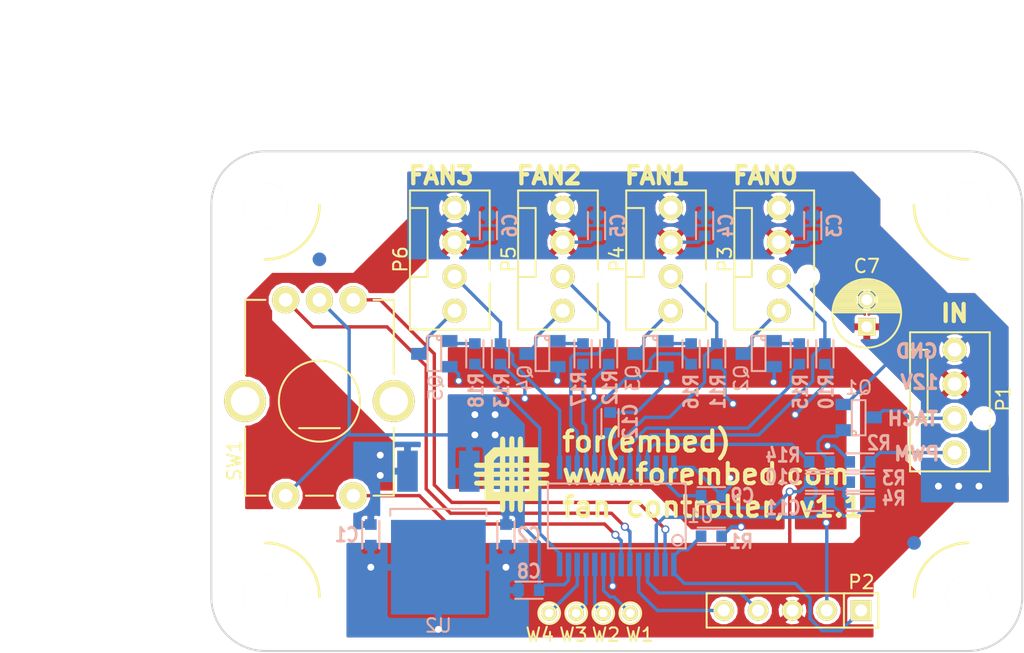
<source format=kicad_pcb>
(kicad_pcb (version 4) (host pcbnew 4.0.1-stable)

  (general
    (links 103)
    (no_connects 0)
    (area 105.028155 53.30688 173.101965 91.50618)
    (thickness 1.6)
    (drawings 24)
    (tracks 259)
    (zones 0)
    (modules 62)
    (nets 37)
  )

  (page A4)
  (title_block
    (title "fan controller")
    (date 2016-07-21)
    (rev v1.1)
    (company "for(embed)")
    (comment 1 www.forembed.com)
  )

  (layers
    (0 F.Cu signal)
    (31 B.Cu signal)
    (32 B.Adhes user)
    (33 F.Adhes user)
    (34 B.Paste user)
    (35 F.Paste user)
    (36 B.SilkS user)
    (37 F.SilkS user)
    (38 B.Mask user)
    (39 F.Mask user)
    (40 Dwgs.User user)
    (41 Cmts.User user)
    (42 Eco1.User user)
    (43 Eco2.User user)
    (44 Edge.Cuts user)
    (45 Margin user)
    (46 B.CrtYd user)
    (47 F.CrtYd user)
    (48 B.Fab user)
    (49 F.Fab user)
  )

  (setup
    (last_trace_width 0.25)
    (trace_clearance 0.2)
    (zone_clearance 0.254)
    (zone_45_only no)
    (trace_min 0.2)
    (segment_width 0.2)
    (edge_width 0.15)
    (via_size 0.6)
    (via_drill 0.4)
    (via_min_size 0.4)
    (via_min_drill 0.3)
    (uvia_size 0.3)
    (uvia_drill 0.1)
    (uvias_allowed no)
    (uvia_min_size 0.2)
    (uvia_min_drill 0.1)
    (pcb_text_width 0.3)
    (pcb_text_size 1.5 1.5)
    (mod_edge_width 0.15)
    (mod_text_size 1 1)
    (mod_text_width 0.15)
    (pad_size 1.016 1.016)
    (pad_drill 0.508)
    (pad_to_mask_clearance 0.07)
    (aux_axis_origin 108.966 90.932)
    (grid_origin 108.966 90.932)
    (visible_elements 7FFFFF7F)
    (pcbplotparams
      (layerselection 0x010f0_80000001)
      (usegerberextensions false)
      (excludeedgelayer true)
      (linewidth 0.100000)
      (plotframeref false)
      (viasonmask false)
      (mode 1)
      (useauxorigin true)
      (hpglpennumber 1)
      (hpglpenspeed 20)
      (hpglpendiameter 15)
      (hpglpenoverlay 2)
      (psnegative false)
      (psa4output false)
      (plotreference true)
      (plotvalue true)
      (plotinvisibletext false)
      (padsonsilk false)
      (subtractmaskfromsilk false)
      (outputformat 1)
      (mirror false)
      (drillshape 0)
      (scaleselection 1)
      (outputdirectory ../gerber))
  )

  (net 0 "")
  (net 1 GND)
  (net 2 +12V)
  (net 3 ~MCLR)
  (net 4 +5V)
  (net 5 PGED)
  (net 6 PGEC)
  (net 7 /sense3)
  (net 8 /sense1)
  (net 9 /sense2)
  (net 10 "Net-(P1-Pad3)")
  (net 11 "Net-(Q1-Pad1)")
  (net 12 "Net-(U1-Pad9)")
  (net 13 "Net-(U1-Pad10)")
  (net 14 "Net-(U1-Pad11)")
  (net 15 "Net-(U1-Pad12)")
  (net 16 "Net-(P3-Pad4)")
  (net 17 "Net-(P4-Pad4)")
  (net 18 "Net-(P5-Pad4)")
  (net 19 "Net-(P6-Pad4)")
  (net 20 "Net-(Q2-Pad1)")
  (net 21 "Net-(Q3-Pad1)")
  (net 22 "Net-(Q4-Pad1)")
  (net 23 "Net-(Q5-Pad1)")
  (net 24 "Net-(C10-Pad1)")
  (net 25 analog_cmd)
  (net 26 "Net-(C12-Pad1)")
  (net 27 /pwm_in)
  (net 28 "/sense0(CN13)")
  (net 29 "Net-(R14-Pad1)")
  (net 30 "/pwm0(OC2B)")
  (net 31 "/pwm1(OC5)")
  (net 32 "/pwm2(OC4)")
  (net 33 "/pwm3(OC1E)")
  (net 34 "/ENC_A(CN2)")
  (net 35 "/ENC_B(CN6)")
  (net 36 "/SW(CN7)")

  (net_class Default "This is the default net class."
    (clearance 0.2)
    (trace_width 0.25)
    (via_dia 0.6)
    (via_drill 0.4)
    (uvia_dia 0.3)
    (uvia_drill 0.1)
    (add_net +12V)
    (add_net +5V)
    (add_net "/ENC_A(CN2)")
    (add_net "/ENC_B(CN6)")
    (add_net "/SW(CN7)")
    (add_net "/pwm0(OC2B)")
    (add_net "/pwm1(OC5)")
    (add_net "/pwm2(OC4)")
    (add_net "/pwm3(OC1E)")
    (add_net /pwm_in)
    (add_net "/sense0(CN13)")
    (add_net /sense1)
    (add_net /sense2)
    (add_net /sense3)
    (add_net GND)
    (add_net "Net-(C10-Pad1)")
    (add_net "Net-(C12-Pad1)")
    (add_net "Net-(P1-Pad3)")
    (add_net "Net-(P3-Pad4)")
    (add_net "Net-(P4-Pad4)")
    (add_net "Net-(P5-Pad4)")
    (add_net "Net-(P6-Pad4)")
    (add_net "Net-(Q1-Pad1)")
    (add_net "Net-(Q2-Pad1)")
    (add_net "Net-(Q3-Pad1)")
    (add_net "Net-(Q4-Pad1)")
    (add_net "Net-(Q5-Pad1)")
    (add_net "Net-(R14-Pad1)")
    (add_net "Net-(U1-Pad10)")
    (add_net "Net-(U1-Pad11)")
    (add_net "Net-(U1-Pad12)")
    (add_net "Net-(U1-Pad9)")
    (add_net PGEC)
    (add_net PGED)
    (add_net analog_cmd)
    (add_net ~MCLR)
  )

  (module lib_pcb:VIA locked (layer F.Cu) (tedit 578FEBC3) (tstamp 578FEBC8)
    (at 121.466 77.932)
    (fp_text reference REF** (at 0 0) (layer F.SilkS) hide
      (effects (font (size 1 1) (thickness 0.15)))
    )
    (fp_text value VIA (at 0 0) (layer F.Fab) hide
      (effects (font (size 1 1) (thickness 0.15)))
    )
    (pad 1 thru_hole circle (at 0 0) (size 1.016 1.016) (drill 0.508) (layers *.Cu)
      (net 2 +12V) (zone_connect 2))
  )

  (module lib_pcb:VIA locked (layer F.Cu) (tedit 578FEBC3) (tstamp 578FEBB4)
    (at 121.466 76.432)
    (fp_text reference REF** (at 0 0) (layer F.SilkS) hide
      (effects (font (size 1 1) (thickness 0.15)))
    )
    (fp_text value VIA (at 0 0) (layer F.Fab) hide
      (effects (font (size 1 1) (thickness 0.15)))
    )
    (pad 1 thru_hole circle (at 0 0) (size 1.016 1.016) (drill 0.508) (layers *.Cu)
      (net 2 +12V) (zone_connect 2))
  )

  (module lib_pcb:VIA locked (layer F.Cu) (tedit 578FE259) (tstamp 578FE850)
    (at 165.766 78.732)
    (fp_text reference REF** (at 0 0) (layer F.SilkS) hide
      (effects (font (size 1 1) (thickness 0.15)))
    )
    (fp_text value VIA (at 0 0) (layer F.Fab) hide
      (effects (font (size 1 1) (thickness 0.15)))
    )
    (pad 1 thru_hole circle (at 0 0) (size 1.016 1.016) (drill 0.508) (layers *.Cu)
      (net 1 GND) (zone_connect 2))
  )

  (module lib_pcb:VIA locked (layer F.Cu) (tedit 578FE259) (tstamp 578FE849)
    (at 164.266 78.732)
    (fp_text reference REF** (at 0 0) (layer F.SilkS) hide
      (effects (font (size 1 1) (thickness 0.15)))
    )
    (fp_text value VIA (at 0 0) (layer F.Fab) hide
      (effects (font (size 1 1) (thickness 0.15)))
    )
    (pad 1 thru_hole circle (at 0 0) (size 1.016 1.016) (drill 0.508) (layers *.Cu)
      (net 1 GND) (zone_connect 2))
  )

  (module lib_pcb:VIA locked (layer F.Cu) (tedit 578FE259) (tstamp 578FE843)
    (at 162.766 78.732)
    (fp_text reference REF** (at 0 0) (layer F.SilkS) hide
      (effects (font (size 1 1) (thickness 0.15)))
    )
    (fp_text value VIA (at 0 0) (layer F.Fab) hide
      (effects (font (size 1 1) (thickness 0.15)))
    )
    (pad 1 thru_hole circle (at 0 0) (size 1.016 1.016) (drill 0.508) (layers *.Cu)
      (net 1 GND) (zone_connect 2))
  )

  (module lib_pcb:VIA locked (layer F.Cu) (tedit 578FE259) (tstamp 578FE608)
    (at 130.766 84.732)
    (fp_text reference REF** (at 0 0) (layer F.SilkS) hide
      (effects (font (size 1 1) (thickness 0.15)))
    )
    (fp_text value VIA (at 0 0) (layer F.Fab) hide
      (effects (font (size 1 1) (thickness 0.15)))
    )
    (pad 1 thru_hole circle (at 0 0) (size 1.016 1.016) (drill 0.508) (layers *.Cu)
      (net 1 GND) (zone_connect 2))
  )

  (module lib_pcb:VIA locked (layer F.Cu) (tedit 578FE259) (tstamp 578FE603)
    (at 125.766 89.332)
    (fp_text reference REF** (at 0 0) (layer F.SilkS) hide
      (effects (font (size 1 1) (thickness 0.15)))
    )
    (fp_text value VIA (at 0 0) (layer F.Fab) hide
      (effects (font (size 1 1) (thickness 0.15)))
    )
    (pad 1 thru_hole circle (at 0 0) (size 1.016 1.016) (drill 0.508) (layers *.Cu)
      (net 1 GND) (zone_connect 2))
  )

  (module lib_pcb:VIA locked (layer F.Cu) (tedit 578FE259) (tstamp 578FE5E8)
    (at 120.766 84.732)
    (fp_text reference REF** (at 0 0) (layer F.SilkS) hide
      (effects (font (size 1 1) (thickness 0.15)))
    )
    (fp_text value VIA (at 0 0) (layer F.Fab) hide
      (effects (font (size 1 1) (thickness 0.15)))
    )
    (pad 1 thru_hole circle (at 0 0) (size 1.016 1.016) (drill 0.508) (layers *.Cu)
      (net 1 GND) (zone_connect 2))
  )

  (module lib_pcb:VIA locked (layer F.Cu) (tedit 578FE023) (tstamp 578FE546)
    (at 129.966 74.932)
    (fp_text reference REF** (at 0 0) (layer F.SilkS) hide
      (effects (font (size 1 1) (thickness 0.15)))
    )
    (fp_text value VIA (at 0 0) (layer F.Fab) hide
      (effects (font (size 1 1) (thickness 0.15)))
    )
    (pad 1 thru_hole circle (at 0 0) (size 1.016 1.016) (drill 0.508) (layers *.Cu)
      (net 4 +5V) (zone_connect 2))
  )

  (module lib_pcb:VIA locked (layer F.Cu) (tedit 578FE023) (tstamp 578FE541)
    (at 128.466 74.932)
    (fp_text reference REF** (at 0 0) (layer F.SilkS) hide
      (effects (font (size 1 1) (thickness 0.15)))
    )
    (fp_text value VIA (at 0 0) (layer F.Fab) hide
      (effects (font (size 1 1) (thickness 0.15)))
    )
    (pad 1 thru_hole circle (at 0 0) (size 1.016 1.016) (drill 0.508) (layers *.Cu)
      (net 4 +5V) (zone_connect 2))
  )

  (module lib_pcb:VIA locked (layer F.Cu) (tedit 578FE023) (tstamp 578FE53B)
    (at 129.966 73.432)
    (fp_text reference REF** (at 0 0) (layer F.SilkS) hide
      (effects (font (size 1 1) (thickness 0.15)))
    )
    (fp_text value VIA (at 0 0) (layer F.Fab) hide
      (effects (font (size 1 1) (thickness 0.15)))
    )
    (pad 1 thru_hole circle (at 0 0) (size 1.016 1.016) (drill 0.508) (layers *.Cu)
      (net 4 +5V) (zone_connect 2))
  )

  (module kicad_pcb:CON_1x5_0.1in (layer F.Cu) (tedit 57900F84) (tstamp 5771AE2E)
    (at 151.966 87.932 180)
    (path /577078F3)
    (fp_text reference P2 (at -5.1 2.1 180) (layer F.SilkS)
      (effects (font (size 1 1) (thickness 0.15)))
    )
    (fp_text value CONN_01X05 (at 0 0 180) (layer F.Fab) hide
      (effects (font (size 1 1) (thickness 0.15)))
    )
    (fp_line (start -6.35 -1.27) (end 6.35 -1.27) (layer F.SilkS) (width 0.15))
    (fp_line (start 6.35 -1.27) (end 6.35 1.27) (layer F.SilkS) (width 0.15))
    (fp_line (start 6.35 1.27) (end -6.35 1.27) (layer F.SilkS) (width 0.15))
    (fp_line (start -6.35 1.27) (end -6.35 -1.27) (layer F.SilkS) (width 0.15))
    (fp_line (start -6.35 -1.27) (end -3.81 -1.27) (layer F.SilkS) (width 0.15))
    (fp_line (start -3.81 -1.27) (end -3.81 1.27) (layer F.SilkS) (width 0.15))
    (pad 1 thru_hole rect (at -5.08 0 180) (size 1.524 1.524) (drill 0.889) (layers *.Cu *.Mask F.SilkS)
      (net 3 ~MCLR))
    (pad 2 thru_hole circle (at -2.54 0 180) (size 1.524 1.524) (drill 0.889) (layers *.Cu *.Mask F.SilkS)
      (net 4 +5V))
    (pad 3 thru_hole circle (at 0 0 180) (size 1.524 1.524) (drill 0.889) (layers *.Cu *.Mask F.SilkS)
      (net 1 GND))
    (pad 4 thru_hole circle (at 2.54 0 180) (size 1.524 1.524) (drill 0.889) (layers *.Cu *.Mask F.SilkS)
      (net 5 PGED))
    (pad 5 thru_hole circle (at 5.08 0 180) (size 1.524 1.524) (drill 0.889) (layers *.Cu *.Mask F.SilkS)
      (net 6 PGEC))
  )

  (module kicad_pcb:SM_0603 (layer B.Cu) (tedit 57900BFC) (tstamp 5771AE72)
    (at 145.966 82.432 180)
    (path /57711C77)
    (fp_text reference R1 (at -2.2 -0.4 360) (layer B.SilkS)
      (effects (font (size 1.016 0.889) (thickness 0.2032)) (justify mirror))
    )
    (fp_text value 10k (at 0 -1.143 180) (layer B.SilkS) hide
      (effects (font (size 0.635 0.635) (thickness 0.1016)) (justify mirror))
    )
    (fp_line (start -1.016 -0.635) (end 1.016 -0.635) (layer B.SilkS) (width 0.15))
    (fp_line (start -1.016 0.635) (end 1.016 0.635) (layer B.SilkS) (width 0.15))
    (pad 1 smd rect (at -0.762 0 180) (size 0.7874 0.8636) (layers B.Cu B.Paste B.Mask)
      (net 4 +5V))
    (pad 2 smd rect (at 0.762 0 180) (size 0.7874 0.8636) (layers B.Cu B.Paste B.Mask)
      (net 3 ~MCLR))
  )

  (module kicad_pcb:SM_0603 (layer B.Cu) (tedit 579011CD) (tstamp 5771AE7A)
    (at 156.966 76.932)
    (path /578FA9D2)
    (fp_text reference R2 (at 1.4 -1.4) (layer B.SilkS)
      (effects (font (size 1.016 0.889) (thickness 0.2032)) (justify mirror))
    )
    (fp_text value 1k (at 0 -1.143) (layer B.SilkS) hide
      (effects (font (size 0.635 0.635) (thickness 0.1016)) (justify mirror))
    )
    (fp_line (start -1.016 -0.635) (end 1.016 -0.635) (layer B.SilkS) (width 0.15))
    (fp_line (start -1.016 0.635) (end 1.016 0.635) (layer B.SilkS) (width 0.15))
    (pad 1 smd rect (at -0.762 0) (size 0.7874 0.8636) (layers B.Cu B.Paste B.Mask)
      (net 4 +5V))
    (pad 2 smd rect (at 0.762 0) (size 0.7874 0.8636) (layers B.Cu B.Paste B.Mask)
      (net 27 /pwm_in))
  )

  (module kicad_pcb:SM_0603 (layer B.Cu) (tedit 5790B6FE) (tstamp 5771AE82)
    (at 156.966 78.432)
    (path /578FB6F4)
    (fp_text reference R3 (at 2.5 -0.3) (layer B.SilkS)
      (effects (font (size 1.016 0.889) (thickness 0.2032)) (justify mirror))
    )
    (fp_text value 10k (at 0 -1.143) (layer B.SilkS) hide
      (effects (font (size 0.635 0.635) (thickness 0.1016)) (justify mirror))
    )
    (fp_line (start -1.016 -0.635) (end 1.016 -0.635) (layer B.SilkS) (width 0.15))
    (fp_line (start -1.016 0.635) (end 1.016 0.635) (layer B.SilkS) (width 0.15))
    (pad 1 smd rect (at -0.762 0) (size 0.7874 0.8636) (layers B.Cu B.Paste B.Mask)
      (net 24 "Net-(C10-Pad1)"))
    (pad 2 smd rect (at 0.762 0) (size 0.7874 0.8636) (layers B.Cu B.Paste B.Mask)
      (net 27 /pwm_in))
  )

  (module kicad_pcb:SM_0603 (layer B.Cu) (tedit 5790B701) (tstamp 5771AE8A)
    (at 156.966 79.932 180)
    (path /578FD54B)
    (fp_text reference R4 (at -2.5 0.3 180) (layer B.SilkS)
      (effects (font (size 1.016 0.889) (thickness 0.2032)) (justify mirror))
    )
    (fp_text value 10k (at 0 -1.143 180) (layer B.SilkS) hide
      (effects (font (size 0.635 0.635) (thickness 0.1016)) (justify mirror))
    )
    (fp_line (start -1.016 -0.635) (end 1.016 -0.635) (layer B.SilkS) (width 0.15))
    (fp_line (start -1.016 0.635) (end 1.016 0.635) (layer B.SilkS) (width 0.15))
    (pad 1 smd rect (at -0.762 0 180) (size 0.7874 0.8636) (layers B.Cu B.Paste B.Mask)
      (net 25 analog_cmd))
    (pad 2 smd rect (at 0.762 0 180) (size 0.7874 0.8636) (layers B.Cu B.Paste B.Mask)
      (net 24 "Net-(C10-Pad1)"))
  )

  (module kicad_pcb:SM_0603 (layer B.Cu) (tedit 57900D8A) (tstamp 5771AEBA)
    (at 154.366 68.932 90)
    (path /57712C40)
    (fp_text reference R10 (at -2.8 0.1 270) (layer B.SilkS)
      (effects (font (size 1.016 0.889) (thickness 0.2032)) (justify mirror))
    )
    (fp_text value 10k (at 0 -1.143 90) (layer B.SilkS) hide
      (effects (font (size 0.635 0.635) (thickness 0.1016)) (justify mirror))
    )
    (fp_line (start -1.016 -0.635) (end 1.016 -0.635) (layer B.SilkS) (width 0.15))
    (fp_line (start -1.016 0.635) (end 1.016 0.635) (layer B.SilkS) (width 0.15))
    (pad 1 smd rect (at -0.762 0 90) (size 0.7874 0.8636) (layers B.Cu B.Paste B.Mask)
      (net 4 +5V))
    (pad 2 smd rect (at 0.762 0 90) (size 0.7874 0.8636) (layers B.Cu B.Paste B.Mask)
      (net 28 "/sense0(CN13)"))
  )

  (module kicad_pcb:SM_0603 (layer B.Cu) (tedit 57900D9F) (tstamp 5771AEC2)
    (at 146.366 68.932 90)
    (path /57712D94)
    (fp_text reference R11 (at -2.8 0.1 90) (layer B.SilkS)
      (effects (font (size 1.016 0.889) (thickness 0.2032)) (justify mirror))
    )
    (fp_text value 10k (at 0 -1.143 90) (layer B.SilkS) hide
      (effects (font (size 0.635 0.635) (thickness 0.1016)) (justify mirror))
    )
    (fp_line (start -1.016 -0.635) (end 1.016 -0.635) (layer B.SilkS) (width 0.15))
    (fp_line (start -1.016 0.635) (end 1.016 0.635) (layer B.SilkS) (width 0.15))
    (pad 1 smd rect (at -0.762 0 90) (size 0.7874 0.8636) (layers B.Cu B.Paste B.Mask)
      (net 4 +5V))
    (pad 2 smd rect (at 0.762 0 90) (size 0.7874 0.8636) (layers B.Cu B.Paste B.Mask)
      (net 8 /sense1))
  )

  (module kicad_pcb:SM_0603 (layer B.Cu) (tedit 57900DBB) (tstamp 5771AECA)
    (at 138.366 68.932 90)
    (path /57712EE4)
    (fp_text reference R12 (at -2.5 0.1 90) (layer B.SilkS)
      (effects (font (size 1.016 0.889) (thickness 0.2032)) (justify mirror))
    )
    (fp_text value 10k (at 0 -1.143 90) (layer B.SilkS) hide
      (effects (font (size 0.635 0.635) (thickness 0.1016)) (justify mirror))
    )
    (fp_line (start -1.016 -0.635) (end 1.016 -0.635) (layer B.SilkS) (width 0.15))
    (fp_line (start -1.016 0.635) (end 1.016 0.635) (layer B.SilkS) (width 0.15))
    (pad 1 smd rect (at -0.762 0 90) (size 0.7874 0.8636) (layers B.Cu B.Paste B.Mask)
      (net 4 +5V))
    (pad 2 smd rect (at 0.762 0 90) (size 0.7874 0.8636) (layers B.Cu B.Paste B.Mask)
      (net 9 /sense2))
  )

  (module kicad_pcb:SM_0603 (layer B.Cu) (tedit 57900DDE) (tstamp 5771AED2)
    (at 130.366 68.932 90)
    (path /57713006)
    (fp_text reference R13 (at -2.7 0.1 90) (layer B.SilkS)
      (effects (font (size 1.016 0.889) (thickness 0.2032)) (justify mirror))
    )
    (fp_text value 10k (at 0 -1.143 90) (layer B.SilkS) hide
      (effects (font (size 0.635 0.635) (thickness 0.1016)) (justify mirror))
    )
    (fp_line (start -1.016 -0.635) (end 1.016 -0.635) (layer B.SilkS) (width 0.15))
    (fp_line (start -1.016 0.635) (end 1.016 0.635) (layer B.SilkS) (width 0.15))
    (pad 1 smd rect (at -0.762 0 90) (size 0.7874 0.8636) (layers B.Cu B.Paste B.Mask)
      (net 4 +5V))
    (pad 2 smd rect (at 0.762 0 90) (size 0.7874 0.8636) (layers B.Cu B.Paste B.Mask)
      (net 7 /sense3))
  )

  (module lib_pcb:encoder_EN12-HS (layer F.Cu) (tedit 57900E40) (tstamp 5771AEE8)
    (at 116.966 72.432 180)
    (path /57715123)
    (fp_text reference SW1 (at 6.3 -4.4 450) (layer F.SilkS)
      (effects (font (size 1 1) (thickness 0.15)))
    )
    (fp_text value encoder_rotary_with_switch (at 0 0 180) (layer F.Fab) hide
      (effects (font (size 1 1) (thickness 0.15)))
    )
    (fp_line (start -1.5 -2) (end 1.5 -2) (layer F.SilkS) (width 0.15))
    (fp_circle (center 0 0) (end 0 -3) (layer F.SilkS) (width 0.15))
    (fp_line (start 4 7.5) (end 5.5 7.5) (layer F.SilkS) (width 0.15))
    (fp_line (start 5.5 7.5) (end 5.5 2) (layer F.SilkS) (width 0.15))
    (fp_line (start -5.5 2) (end -5.5 7.5) (layer F.SilkS) (width 0.15))
    (fp_line (start -5.5 7.5) (end -4 7.5) (layer F.SilkS) (width 0.15))
    (fp_line (start -4 -7) (end -5.5 -7) (layer F.SilkS) (width 0.15))
    (fp_line (start -5.5 -7) (end -5.5 -2) (layer F.SilkS) (width 0.15))
    (fp_line (start 1 -7) (end -1 -7) (layer F.SilkS) (width 0.15))
    (fp_line (start 5.5 -2) (end 5.5 -7) (layer F.SilkS) (width 0.15))
    (fp_line (start 5.5 -7) (end 4 -7) (layer F.SilkS) (width 0.15))
    (pad 1 thru_hole circle (at -2.5 7.5 180) (size 2 2) (drill 1) (layers *.Cu *.Mask F.SilkS)
      (net 34 "/ENC_A(CN2)"))
    (pad 2 thru_hole circle (at 0 7.5 180) (size 2 2) (drill 1) (layers *.Cu *.Mask F.SilkS)
      (net 4 +5V))
    (pad 3 thru_hole circle (at 2.5 7.5 180) (size 2 2) (drill 1) (layers *.Cu *.Mask F.SilkS)
      (net 35 "/ENC_B(CN6)"))
    (pad 4 thru_hole circle (at 2.5 -7 180) (size 2 2) (drill 1) (layers *.Cu *.Mask F.SilkS)
      (net 4 +5V))
    (pad 5 thru_hole circle (at -2.5 -7 180) (size 2 2) (drill 1) (layers *.Cu *.Mask F.SilkS)
      (net 36 "/SW(CN7)"))
    (pad "" np_thru_hole circle (at 5.5 0 180) (size 3.1 3.1) (drill 2.1) (layers *.Cu *.Mask F.SilkS))
    (pad "" np_thru_hole circle (at -5.5 0 180) (size 3.1 3.1) (drill 2.1) (layers *.Cu *.Mask F.SilkS))
  )

  (module kicad_pcb:SSOP-28 (layer B.Cu) (tedit 57900E03) (tstamp 5771AF0D)
    (at 138.966 80.932 180)
    (path /578CC6C7)
    (fp_text reference U1 (at -6.2 0 180) (layer B.SilkS)
      (effects (font (size 1 1) (thickness 0.15)) (justify mirror))
    )
    (fp_text value pic24fv08km202 (at 0 0 180) (layer B.Fab) hide
      (effects (font (size 1 1) (thickness 0.15)) (justify mirror))
    )
    (fp_circle (center -4.5 -1.8) (end -4.9 -1.8) (layer B.SilkS) (width 0.15))
    (fp_line (start -5.1 2.4) (end -5.1 -2.4) (layer B.SilkS) (width 0.15))
    (fp_line (start -5.1 -2.4) (end 5.1 -2.4) (layer B.SilkS) (width 0.15))
    (fp_line (start 5.1 -2.4) (end 5.1 2.4) (layer B.SilkS) (width 0.15))
    (fp_line (start 5.1 2.4) (end -5.1 2.4) (layer B.SilkS) (width 0.15))
    (pad 1 smd rect (at -4.225 -3.6 180) (size 0.4 1.75) (layers B.Cu B.Paste B.Mask)
      (net 3 ~MCLR))
    (pad 2 smd rect (at -3.575 -3.6 180) (size 0.4 1.75) (layers B.Cu B.Paste B.Mask)
      (net 34 "/ENC_A(CN2)"))
    (pad 3 smd rect (at -2.925 -3.6 180) (size 0.4 1.75) (layers B.Cu B.Paste B.Mask)
      (net 25 analog_cmd))
    (pad 4 smd rect (at -2.275 -3.6 180) (size 0.4 1.75) (layers B.Cu B.Paste B.Mask)
      (net 5 PGED))
    (pad 5 smd rect (at -1.625 -3.6 180) (size 0.4 1.75) (layers B.Cu B.Paste B.Mask)
      (net 6 PGEC))
    (pad 6 smd rect (at -0.975 -3.6 180) (size 0.4 1.75) (layers B.Cu B.Paste B.Mask)
      (net 35 "/ENC_B(CN6)"))
    (pad 7 smd rect (at -0.325 -3.6 180) (size 0.4 1.75) (layers B.Cu B.Paste B.Mask)
      (net 36 "/SW(CN7)"))
    (pad 8 smd rect (at 0.325 -3.6 180) (size 0.4 1.75) (layers B.Cu B.Paste B.Mask)
      (net 1 GND))
    (pad 9 smd rect (at 0.975 -3.6 180) (size 0.4 1.75) (layers B.Cu B.Paste B.Mask)
      (net 12 "Net-(U1-Pad9)"))
    (pad 10 smd rect (at 1.625 -3.6 180) (size 0.4 1.75) (layers B.Cu B.Paste B.Mask)
      (net 13 "Net-(U1-Pad10)"))
    (pad 11 smd rect (at 2.275 -3.6 180) (size 0.4 1.75) (layers B.Cu B.Paste B.Mask)
      (net 14 "Net-(U1-Pad11)"))
    (pad 12 smd rect (at 2.925 -3.6 180) (size 0.4 1.75) (layers B.Cu B.Paste B.Mask)
      (net 15 "Net-(U1-Pad12)"))
    (pad 13 smd rect (at 3.575 -3.6 180) (size 0.4 1.75) (layers B.Cu B.Paste B.Mask)
      (net 4 +5V))
    (pad 14 smd rect (at 4.225 -3.6 180) (size 0.4 1.75) (layers B.Cu B.Paste B.Mask)
      (net 33 "/pwm3(OC1E)"))
    (pad 15 smd rect (at 4.225 3.6 180) (size 0.4 1.75) (layers B.Cu B.Paste B.Mask)
      (net 7 /sense3))
    (pad 16 smd rect (at 3.575 3.6 180) (size 0.4 1.75) (layers B.Cu B.Paste B.Mask))
    (pad 17 smd rect (at 2.925 3.6 180) (size 0.4 1.75) (layers B.Cu B.Paste B.Mask)
      (net 9 /sense2))
    (pad 18 smd rect (at 2.275 3.6 180) (size 0.4 1.75) (layers B.Cu B.Paste B.Mask)
      (net 32 "/pwm2(OC4)"))
    (pad 19 smd rect (at 1.625 3.6 180) (size 0.4 1.75) (layers B.Cu B.Paste B.Mask)
      (net 31 "/pwm1(OC5)"))
    (pad 20 smd rect (at 0.975 3.6 180) (size 0.4 1.75) (layers B.Cu B.Paste B.Mask)
      (net 26 "Net-(C12-Pad1)"))
    (pad 21 smd rect (at 0.325 3.6 180) (size 0.4 1.75) (layers B.Cu B.Paste B.Mask)
      (net 8 /sense1))
    (pad 22 smd rect (at -0.325 3.6 180) (size 0.4 1.75) (layers B.Cu B.Paste B.Mask))
    (pad 23 smd rect (at -0.975 3.6 180) (size 0.4 1.75) (layers B.Cu B.Paste B.Mask)
      (net 30 "/pwm0(OC2B)"))
    (pad 24 smd rect (at -1.625 3.6 180) (size 0.4 1.75) (layers B.Cu B.Paste B.Mask)
      (net 28 "/sense0(CN13)"))
    (pad 25 smd rect (at -2.275 3.6 180) (size 0.4 1.75) (layers B.Cu B.Paste B.Mask)
      (net 29 "Net-(R14-Pad1)"))
    (pad 26 smd rect (at -2.925 3.6 180) (size 0.4 1.75) (layers B.Cu B.Paste B.Mask))
    (pad 27 smd rect (at -3.575 3.6 180) (size 0.4 1.75) (layers B.Cu B.Paste B.Mask)
      (net 1 GND))
    (pad 28 smd rect (at -4.225 3.6 180) (size 0.4 1.75) (layers B.Cu B.Paste B.Mask)
      (net 4 +5V))
  )

  (module lib_pcb:SM_0603 (layer B.Cu) (tedit 57716794) (tstamp 5771BEE6)
    (at 120.766 82.332 270)
    (path /57721913)
    (fp_text reference C1 (at 0 1.778 360) (layer B.SilkS)
      (effects (font (size 1.016 0.889) (thickness 0.2032)) (justify mirror))
    )
    (fp_text value 100nF (at 0 -1.143 270) (layer B.SilkS) hide
      (effects (font (size 0.635 0.635) (thickness 0.1016)) (justify mirror))
    )
    (fp_line (start -1.016 -0.635) (end 1.016 -0.635) (layer B.SilkS) (width 0.15))
    (fp_line (start -1.016 0.635) (end 1.016 0.635) (layer B.SilkS) (width 0.15))
    (pad 1 smd rect (at -0.762 0 270) (size 0.7874 0.8636) (layers B.Cu B.Paste B.Mask)
      (net 2 +12V))
    (pad 2 smd rect (at 0.762 0 270) (size 0.7874 0.8636) (layers B.Cu B.Paste B.Mask)
      (net 1 GND))
  )

  (module lib_pcb:SM_0603 (layer B.Cu) (tedit 57900E1B) (tstamp 5771BEEE)
    (at 130.766 82.332 270)
    (path /57721D8F)
    (fp_text reference C2 (at 0 -1.7 360) (layer B.SilkS)
      (effects (font (size 1.016 0.889) (thickness 0.2032)) (justify mirror))
    )
    (fp_text value 100nF (at 0 -1.143 270) (layer B.SilkS) hide
      (effects (font (size 0.635 0.635) (thickness 0.1016)) (justify mirror))
    )
    (fp_line (start -1.016 -0.635) (end 1.016 -0.635) (layer B.SilkS) (width 0.15))
    (fp_line (start -1.016 0.635) (end 1.016 0.635) (layer B.SilkS) (width 0.15))
    (pad 1 smd rect (at -0.762 0 270) (size 0.7874 0.8636) (layers B.Cu B.Paste B.Mask)
      (net 4 +5V))
    (pad 2 smd rect (at 0.762 0 270) (size 0.7874 0.8636) (layers B.Cu B.Paste B.Mask)
      (net 1 GND))
  )

  (module lib_pcb:SM_0603 (layer B.Cu) (tedit 57900ECA) (tstamp 5771BEF6)
    (at 153.466 59.432 90)
    (path /577224FB)
    (fp_text reference C3 (at 0 1.6 90) (layer B.SilkS)
      (effects (font (size 1.016 0.889) (thickness 0.2032)) (justify mirror))
    )
    (fp_text value 100nF (at 0 -1.143 90) (layer B.SilkS) hide
      (effects (font (size 0.635 0.635) (thickness 0.1016)) (justify mirror))
    )
    (fp_line (start -1.016 -0.635) (end 1.016 -0.635) (layer B.SilkS) (width 0.15))
    (fp_line (start -1.016 0.635) (end 1.016 0.635) (layer B.SilkS) (width 0.15))
    (pad 1 smd rect (at -0.762 0 90) (size 0.7874 0.8636) (layers B.Cu B.Paste B.Mask)
      (net 2 +12V))
    (pad 2 smd rect (at 0.762 0 90) (size 0.7874 0.8636) (layers B.Cu B.Paste B.Mask)
      (net 1 GND))
  )

  (module lib_pcb:SM_0603 (layer B.Cu) (tedit 57900ED3) (tstamp 5771BEFE)
    (at 145.466 59.432 90)
    (path /57722858)
    (fp_text reference C4 (at 0 1.6 270) (layer B.SilkS)
      (effects (font (size 1.016 0.889) (thickness 0.2032)) (justify mirror))
    )
    (fp_text value 100nF (at 0 -1.143 90) (layer B.SilkS) hide
      (effects (font (size 0.635 0.635) (thickness 0.1016)) (justify mirror))
    )
    (fp_line (start -1.016 -0.635) (end 1.016 -0.635) (layer B.SilkS) (width 0.15))
    (fp_line (start -1.016 0.635) (end 1.016 0.635) (layer B.SilkS) (width 0.15))
    (pad 1 smd rect (at -0.762 0 90) (size 0.7874 0.8636) (layers B.Cu B.Paste B.Mask)
      (net 2 +12V))
    (pad 2 smd rect (at 0.762 0 90) (size 0.7874 0.8636) (layers B.Cu B.Paste B.Mask)
      (net 1 GND))
  )

  (module lib_pcb:SM_0603 (layer B.Cu) (tedit 57900EDC) (tstamp 5771BF06)
    (at 137.466 59.432 90)
    (path /577228E9)
    (fp_text reference C5 (at 0 1.6 270) (layer B.SilkS)
      (effects (font (size 1.016 0.889) (thickness 0.2032)) (justify mirror))
    )
    (fp_text value 100nF (at 0 -1.143 90) (layer B.SilkS) hide
      (effects (font (size 0.635 0.635) (thickness 0.1016)) (justify mirror))
    )
    (fp_line (start -1.016 -0.635) (end 1.016 -0.635) (layer B.SilkS) (width 0.15))
    (fp_line (start -1.016 0.635) (end 1.016 0.635) (layer B.SilkS) (width 0.15))
    (pad 1 smd rect (at -0.762 0 90) (size 0.7874 0.8636) (layers B.Cu B.Paste B.Mask)
      (net 2 +12V))
    (pad 2 smd rect (at 0.762 0 90) (size 0.7874 0.8636) (layers B.Cu B.Paste B.Mask)
      (net 1 GND))
  )

  (module lib_pcb:SM_0603 (layer B.Cu) (tedit 57900EE2) (tstamp 5771BF0E)
    (at 129.466 59.432 90)
    (path /57722900)
    (fp_text reference C6 (at 0 1.6 270) (layer B.SilkS)
      (effects (font (size 1.016 0.889) (thickness 0.2032)) (justify mirror))
    )
    (fp_text value 100nF (at 0 -1.143 90) (layer B.SilkS) hide
      (effects (font (size 0.635 0.635) (thickness 0.1016)) (justify mirror))
    )
    (fp_line (start -1.016 -0.635) (end 1.016 -0.635) (layer B.SilkS) (width 0.15))
    (fp_line (start -1.016 0.635) (end 1.016 0.635) (layer B.SilkS) (width 0.15))
    (pad 1 smd rect (at -0.762 0 90) (size 0.7874 0.8636) (layers B.Cu B.Paste B.Mask)
      (net 2 +12V))
    (pad 2 smd rect (at 0.762 0 90) (size 0.7874 0.8636) (layers B.Cu B.Paste B.Mask)
      (net 1 GND))
  )

  (module lib_pcb:DPAK_TO-252 (layer B.Cu) (tedit 56F97B61) (tstamp 5771BF18)
    (at 125.766 84.732)
    (path /5771FAAD)
    (fp_text reference U2 (at 0 4.318) (layer B.SilkS)
      (effects (font (size 1 1) (thickness 0.15)) (justify mirror))
    )
    (fp_text value L78M05 (at 0 0) (layer B.Fab) hide
      (effects (font (size 1 1) (thickness 0.15)) (justify mirror))
    )
    (fp_line (start -3.556 -3.81) (end -3.556 -4.318) (layer B.SilkS) (width 0.15))
    (fp_line (start -3.556 -4.318) (end 3.556 -4.318) (layer B.SilkS) (width 0.15))
    (fp_line (start 3.556 -4.318) (end 3.556 -3.81) (layer B.SilkS) (width 0.15))
    (pad 1 smd rect (at -2.286 -7.112) (size 1.524 3.048) (layers B.Cu B.Paste B.Mask)
      (net 2 +12V))
    (pad 3 smd rect (at 2.286 -7.112) (size 1.524 3.048) (layers B.Cu B.Paste B.Mask)
      (net 4 +5V))
    (pad 2 smd rect (at 0 0) (size 7.0104 7.0104) (layers B.Cu B.Paste B.Mask)
      (net 1 GND))
  )

  (module Capacitors_ThroughHole:C_Radial_D5_L11_P2 (layer F.Cu) (tedit 57900EB4) (tstamp 5771C549)
    (at 157.466 66.932 90)
    (descr "Radial Electrolytic Capacitor 5mm x Length 11mm, Pitch 2mm")
    (tags "Electrolytic Capacitor")
    (path /5772394E)
    (fp_text reference C7 (at 4.5 0 180) (layer F.SilkS)
      (effects (font (size 1 1) (thickness 0.15)))
    )
    (fp_text value 47uF (at 1 3.8 90) (layer F.Fab) hide
      (effects (font (size 1 1) (thickness 0.15)))
    )
    (fp_line (start 1.075 -2.499) (end 1.075 2.499) (layer F.SilkS) (width 0.15))
    (fp_line (start 1.215 -2.491) (end 1.215 -0.154) (layer F.SilkS) (width 0.15))
    (fp_line (start 1.215 0.154) (end 1.215 2.491) (layer F.SilkS) (width 0.15))
    (fp_line (start 1.355 -2.475) (end 1.355 -0.473) (layer F.SilkS) (width 0.15))
    (fp_line (start 1.355 0.473) (end 1.355 2.475) (layer F.SilkS) (width 0.15))
    (fp_line (start 1.495 -2.451) (end 1.495 -0.62) (layer F.SilkS) (width 0.15))
    (fp_line (start 1.495 0.62) (end 1.495 2.451) (layer F.SilkS) (width 0.15))
    (fp_line (start 1.635 -2.418) (end 1.635 -0.712) (layer F.SilkS) (width 0.15))
    (fp_line (start 1.635 0.712) (end 1.635 2.418) (layer F.SilkS) (width 0.15))
    (fp_line (start 1.775 -2.377) (end 1.775 -0.768) (layer F.SilkS) (width 0.15))
    (fp_line (start 1.775 0.768) (end 1.775 2.377) (layer F.SilkS) (width 0.15))
    (fp_line (start 1.915 -2.327) (end 1.915 -0.795) (layer F.SilkS) (width 0.15))
    (fp_line (start 1.915 0.795) (end 1.915 2.327) (layer F.SilkS) (width 0.15))
    (fp_line (start 2.055 -2.266) (end 2.055 -0.798) (layer F.SilkS) (width 0.15))
    (fp_line (start 2.055 0.798) (end 2.055 2.266) (layer F.SilkS) (width 0.15))
    (fp_line (start 2.195 -2.196) (end 2.195 -0.776) (layer F.SilkS) (width 0.15))
    (fp_line (start 2.195 0.776) (end 2.195 2.196) (layer F.SilkS) (width 0.15))
    (fp_line (start 2.335 -2.114) (end 2.335 -0.726) (layer F.SilkS) (width 0.15))
    (fp_line (start 2.335 0.726) (end 2.335 2.114) (layer F.SilkS) (width 0.15))
    (fp_line (start 2.475 -2.019) (end 2.475 -0.644) (layer F.SilkS) (width 0.15))
    (fp_line (start 2.475 0.644) (end 2.475 2.019) (layer F.SilkS) (width 0.15))
    (fp_line (start 2.615 -1.908) (end 2.615 -0.512) (layer F.SilkS) (width 0.15))
    (fp_line (start 2.615 0.512) (end 2.615 1.908) (layer F.SilkS) (width 0.15))
    (fp_line (start 2.755 -1.78) (end 2.755 -0.265) (layer F.SilkS) (width 0.15))
    (fp_line (start 2.755 0.265) (end 2.755 1.78) (layer F.SilkS) (width 0.15))
    (fp_line (start 2.895 -1.631) (end 2.895 1.631) (layer F.SilkS) (width 0.15))
    (fp_line (start 3.035 -1.452) (end 3.035 1.452) (layer F.SilkS) (width 0.15))
    (fp_line (start 3.175 -1.233) (end 3.175 1.233) (layer F.SilkS) (width 0.15))
    (fp_line (start 3.315 -0.944) (end 3.315 0.944) (layer F.SilkS) (width 0.15))
    (fp_line (start 3.455 -0.472) (end 3.455 0.472) (layer F.SilkS) (width 0.15))
    (fp_circle (center 2 0) (end 2 -0.8) (layer F.SilkS) (width 0.15))
    (fp_circle (center 1 0) (end 1 -2.5375) (layer F.SilkS) (width 0.15))
    (fp_circle (center 1 0) (end 1 -2.8) (layer F.CrtYd) (width 0.05))
    (pad 1 thru_hole rect (at 0 0 90) (size 1.3 1.3) (drill 0.8) (layers *.Cu *.Mask F.SilkS)
      (net 2 +12V))
    (pad 2 thru_hole circle (at 2 0 90) (size 1.3 1.3) (drill 0.8) (layers *.Cu *.Mask F.SilkS)
      (net 1 GND))
    (model Capacitors_ThroughHole.3dshapes/C_Radial_D5_L11_P2.wrl
      (at (xyz 0 0 0))
      (scale (xyz 1 1 1))
      (rotate (xyz 0 0 0))
    )
  )

  (module lib_pcb:SOT-23 (layer B.Cu) (tedit 579010F8) (tstamp 5771CC86)
    (at 156.866 73.632 90)
    (tags SOT23)
    (path /57726895)
    (fp_text reference Q1 (at 2.2 0 180) (layer B.SilkS)
      (effects (font (size 1 1) (thickness 0.15)) (justify mirror))
    )
    (fp_text value Q_NPN_BEC (at 0.0635 0 90) (layer B.SilkS) hide
      (effects (font (size 1 1) (thickness 0.15)) (justify mirror))
    )
    (fp_circle (center -1.17602 -0.35052) (end -1.30048 -0.44958) (layer B.SilkS) (width 0.15))
    (fp_line (start 1.27 0.508) (end 1.27 -0.508) (layer B.SilkS) (width 0.15))
    (fp_line (start -1.3335 0.508) (end -1.3335 -0.508) (layer B.SilkS) (width 0.15))
    (fp_line (start 1.27 -0.508) (end -1.3335 -0.508) (layer B.SilkS) (width 0.15))
    (fp_line (start -1.3335 0.508) (end 1.27 0.508) (layer B.SilkS) (width 0.15))
    (pad 3 smd rect (at 0 1.143 90) (size 0.889 1.143) (layers B.Cu B.Paste B.Mask)
      (net 10 "Net-(P1-Pad3)"))
    (pad 2 smd rect (at 0.9525 -1.143 90) (size 0.8509 1.143) (layers B.Cu B.Paste B.Mask)
      (net 1 GND))
    (pad 1 smd rect (at -0.9525 -1.143 90) (size 0.889 1.143) (layers B.Cu B.Paste B.Mask)
      (net 11 "Net-(Q1-Pad1)"))
    (model SMD_Packages/SOT-23.wrl
      (at (xyz 0 0 0))
      (scale (xyz 0.4 0.4 0.4))
      (rotate (xyz 0 0 180))
    )
  )

  (module kicad_pcb:SM_0603 (layer B.Cu) (tedit 578FE86A) (tstamp 5771CC8E)
    (at 153.966 76.932)
    (path /5772775D)
    (fp_text reference R14 (at -2.7 -0.5 180) (layer B.SilkS)
      (effects (font (size 1.016 0.889) (thickness 0.2032)) (justify mirror))
    )
    (fp_text value 1k (at 0 -1.143) (layer B.SilkS) hide
      (effects (font (size 0.635 0.635) (thickness 0.1016)) (justify mirror))
    )
    (fp_line (start -1.016 -0.635) (end 1.016 -0.635) (layer B.SilkS) (width 0.15))
    (fp_line (start -1.016 0.635) (end 1.016 0.635) (layer B.SilkS) (width 0.15))
    (pad 1 smd rect (at -0.762 0) (size 0.7874 0.8636) (layers B.Cu B.Paste B.Mask)
      (net 29 "Net-(R14-Pad1)"))
    (pad 2 smd rect (at 0.762 0) (size 0.7874 0.8636) (layers B.Cu B.Paste B.Mask)
      (net 11 "Net-(Q1-Pad1)"))
  )

  (module lib_pcb:SM_0603 (layer B.Cu) (tedit 57900E0E) (tstamp 5771D0A7)
    (at 132.466 86.432 180)
    (path /57729792)
    (fp_text reference C8 (at 0 1.4 360) (layer B.SilkS)
      (effects (font (size 1.016 0.889) (thickness 0.2032)) (justify mirror))
    )
    (fp_text value 100nF (at 0 -1.143 180) (layer B.SilkS) hide
      (effects (font (size 0.635 0.635) (thickness 0.1016)) (justify mirror))
    )
    (fp_line (start -1.016 -0.635) (end 1.016 -0.635) (layer B.SilkS) (width 0.15))
    (fp_line (start -1.016 0.635) (end 1.016 0.635) (layer B.SilkS) (width 0.15))
    (pad 1 smd rect (at -0.762 0 180) (size 0.7874 0.8636) (layers B.Cu B.Paste B.Mask)
      (net 4 +5V))
    (pad 2 smd rect (at 0.762 0 180) (size 0.7874 0.8636) (layers B.Cu B.Paste B.Mask)
      (net 1 GND))
  )

  (module lib_pcb:SM_0603 (layer B.Cu) (tedit 57900BF8) (tstamp 5771D0AF)
    (at 145.966 79.432 180)
    (path /57729690)
    (fp_text reference C9 (at -2.3 0 360) (layer B.SilkS)
      (effects (font (size 1.016 0.889) (thickness 0.2032)) (justify mirror))
    )
    (fp_text value 100nF (at 0 -1.143 180) (layer B.SilkS) hide
      (effects (font (size 0.635 0.635) (thickness 0.1016)) (justify mirror))
    )
    (fp_line (start -1.016 -0.635) (end 1.016 -0.635) (layer B.SilkS) (width 0.15))
    (fp_line (start -1.016 0.635) (end 1.016 0.635) (layer B.SilkS) (width 0.15))
    (pad 1 smd rect (at -0.762 0 180) (size 0.7874 0.8636) (layers B.Cu B.Paste B.Mask)
      (net 4 +5V))
    (pad 2 smd rect (at 0.762 0 180) (size 0.7874 0.8636) (layers B.Cu B.Paste B.Mask)
      (net 1 GND))
  )

  (module Connect:PINTST (layer F.Cu) (tedit 57900BD4) (tstamp 57727B7C)
    (at 139.966 88.132)
    (descr "module 1 pin (ou trou mecanique de percage)")
    (tags DEV)
    (path /5772AC30)
    (fp_text reference W1 (at 0.7 1.6) (layer F.SilkS)
      (effects (font (size 1 1) (thickness 0.15)))
    )
    (fp_text value TEST_1P (at 0 1.27) (layer F.Fab) hide
      (effects (font (size 1 1) (thickness 0.15)))
    )
    (fp_circle (center 0 0) (end -0.254 -0.762) (layer F.SilkS) (width 0.15))
    (pad 1 thru_hole circle (at 0 0) (size 1.143 1.143) (drill 0.635) (layers *.Cu *.Mask F.SilkS)
      (net 12 "Net-(U1-Pad9)"))
    (model Connect.3dshapes/PINTST.wrl
      (at (xyz 0 0 0))
      (scale (xyz 1 1 1))
      (rotate (xyz 0 0 0))
    )
  )

  (module Connect:PINTST (layer F.Cu) (tedit 57900BD9) (tstamp 57727B82)
    (at 137.966 88.132)
    (descr "module 1 pin (ou trou mecanique de percage)")
    (tags DEV)
    (path /5772B135)
    (fp_text reference W2 (at 0.2 1.6) (layer F.SilkS)
      (effects (font (size 1 1) (thickness 0.15)))
    )
    (fp_text value TEST_1P (at 0 1.27) (layer F.Fab) hide
      (effects (font (size 1 1) (thickness 0.15)))
    )
    (fp_circle (center 0 0) (end -0.254 -0.762) (layer F.SilkS) (width 0.15))
    (pad 1 thru_hole circle (at 0 0) (size 1.143 1.143) (drill 0.635) (layers *.Cu *.Mask F.SilkS)
      (net 13 "Net-(U1-Pad10)"))
    (model Connect.3dshapes/PINTST.wrl
      (at (xyz 0 0 0))
      (scale (xyz 1 1 1))
      (rotate (xyz 0 0 0))
    )
  )

  (module Connect:PINTST (layer F.Cu) (tedit 57900BDD) (tstamp 57727B88)
    (at 135.966 88.132)
    (descr "module 1 pin (ou trou mecanique de percage)")
    (tags DEV)
    (path /5772B1BC)
    (fp_text reference W3 (at -0.2 1.6) (layer F.SilkS)
      (effects (font (size 1 1) (thickness 0.15)))
    )
    (fp_text value TEST_1P (at 0 1.27) (layer F.Fab) hide
      (effects (font (size 1 1) (thickness 0.15)))
    )
    (fp_circle (center 0 0) (end -0.254 -0.762) (layer F.SilkS) (width 0.15))
    (pad 1 thru_hole circle (at 0 0) (size 1.143 1.143) (drill 0.635) (layers *.Cu *.Mask F.SilkS)
      (net 14 "Net-(U1-Pad11)"))
    (model Connect.3dshapes/PINTST.wrl
      (at (xyz 0 0 0))
      (scale (xyz 1 1 1))
      (rotate (xyz 0 0 0))
    )
  )

  (module Connect:PINTST (layer F.Cu) (tedit 57900BE3) (tstamp 57727B8E)
    (at 133.966 88.132)
    (descr "module 1 pin (ou trou mecanique de percage)")
    (tags DEV)
    (path /5772B246)
    (fp_text reference W4 (at -0.7 1.6) (layer F.SilkS)
      (effects (font (size 1 1) (thickness 0.15)))
    )
    (fp_text value TEST_1P (at 0 1.27) (layer F.Fab) hide
      (effects (font (size 1 1) (thickness 0.15)))
    )
    (fp_circle (center 0 0) (end -0.254 -0.762) (layer F.SilkS) (width 0.15))
    (pad 1 thru_hole circle (at 0 0) (size 1.143 1.143) (drill 0.635) (layers *.Cu *.Mask F.SilkS)
      (net 15 "Net-(U1-Pad12)"))
    (model Connect.3dshapes/PINTST.wrl
      (at (xyz 0 0 0))
      (scale (xyz 1 1 1))
      (rotate (xyz 0 0 0))
    )
  )

  (module lib_pcb:CONN_1x4_PC_FAN (layer F.Cu) (tedit 57900FE7) (tstamp 5773E0AA)
    (at 163.966 72.432 90)
    (path /576EEC32)
    (fp_text reference P1 (at 0.2 3.6 90) (layer F.SilkS)
      (effects (font (size 1 1) (thickness 0.15)))
    )
    (fp_text value CONN_01X04 (at 0 0 90) (layer F.Fab) hide
      (effects (font (size 1 1) (thickness 0.15)))
    )
    (fp_line (start 3.8 -3.3) (end 3.8 -2) (layer F.SilkS) (width 0.15))
    (fp_line (start 3.8 -2) (end -1.3 -2) (layer F.SilkS) (width 0.15))
    (fp_line (start -1.3 -2) (end -1.3 -3.3) (layer F.SilkS) (width 0.15))
    (fp_line (start -5.2 2.6) (end 5.1 2.6) (layer F.SilkS) (width 0.15))
    (fp_line (start 5.1 2.6) (end 5.1 -3.3) (layer F.SilkS) (width 0.15))
    (fp_line (start 5.1 -3.3) (end -5.2 -3.3) (layer F.SilkS) (width 0.15))
    (fp_line (start -5.2 -3.3) (end -5.2 2.6) (layer F.SilkS) (width 0.15))
    (pad 1 thru_hole circle (at 3.81 0 90) (size 1.778 1.778) (drill 1.02) (layers *.Cu *.Mask F.SilkS)
      (net 1 GND))
    (pad 2 thru_hole circle (at 1.27 0 90) (size 1.778 1.778) (drill 1.02) (layers *.Cu *.Mask F.SilkS)
      (net 2 +12V))
    (pad 3 thru_hole circle (at -1.27 0 90) (size 1.778 1.778) (drill 1.02) (layers *.Cu *.Mask F.SilkS)
      (net 10 "Net-(P1-Pad3)"))
    (pad 4 thru_hole circle (at -3.81 0 90) (size 1.778 1.778) (drill 1.02) (layers *.Cu *.Mask F.SilkS)
      (net 27 /pwm_in))
    (pad "" np_thru_hole circle (at -1.27 2.16 90) (size 1.27 1.27) (drill 1.27) (layers *.Cu *.Mask F.SilkS))
  )

  (module lib_pcb:CONN_1x4_PC_FAN (layer F.Cu) (tedit 578FDB6C) (tstamp 5773E0B9)
    (at 150.966 61.932 90)
    (path /57717989)
    (fp_text reference P3 (at 0 -4 90) (layer F.SilkS)
      (effects (font (size 1 1) (thickness 0.15)))
    )
    (fp_text value CONN_01X04 (at 0 0 90) (layer F.Fab) hide
      (effects (font (size 1 1) (thickness 0.15)))
    )
    (fp_line (start 3.8 -3.3) (end 3.8 -2) (layer F.SilkS) (width 0.15))
    (fp_line (start 3.8 -2) (end -1.3 -2) (layer F.SilkS) (width 0.15))
    (fp_line (start -1.3 -2) (end -1.3 -3.3) (layer F.SilkS) (width 0.15))
    (fp_line (start -5.2 2.6) (end 5.1 2.6) (layer F.SilkS) (width 0.15))
    (fp_line (start 5.1 2.6) (end 5.1 -3.3) (layer F.SilkS) (width 0.15))
    (fp_line (start 5.1 -3.3) (end -5.2 -3.3) (layer F.SilkS) (width 0.15))
    (fp_line (start -5.2 -3.3) (end -5.2 2.6) (layer F.SilkS) (width 0.15))
    (pad 1 thru_hole circle (at 3.81 0 90) (size 1.778 1.778) (drill 1.02) (layers *.Cu *.Mask F.SilkS)
      (net 1 GND))
    (pad 2 thru_hole circle (at 1.27 0 90) (size 1.778 1.778) (drill 1.02) (layers *.Cu *.Mask F.SilkS)
      (net 2 +12V))
    (pad 3 thru_hole circle (at -1.27 0 90) (size 1.778 1.778) (drill 1.02) (layers *.Cu *.Mask F.SilkS)
      (net 28 "/sense0(CN13)"))
    (pad 4 thru_hole circle (at -3.81 0 90) (size 1.778 1.778) (drill 1.02) (layers *.Cu *.Mask F.SilkS)
      (net 16 "Net-(P3-Pad4)"))
    (pad "" np_thru_hole circle (at -1.27 2.16 90) (size 1.27 1.27) (drill 1.27) (layers *.Cu *.Mask F.SilkS))
  )

  (module lib_pcb:CONN_1x4_PC_FAN (layer F.Cu) (tedit 578FDB6F) (tstamp 5773E0C8)
    (at 142.966 61.932 90)
    (path /576F1A21)
    (fp_text reference P4 (at 0 -4 270) (layer F.SilkS)
      (effects (font (size 1 1) (thickness 0.15)))
    )
    (fp_text value CONN_01X04 (at 0 0 90) (layer F.Fab) hide
      (effects (font (size 1 1) (thickness 0.15)))
    )
    (fp_line (start 3.8 -3.3) (end 3.8 -2) (layer F.SilkS) (width 0.15))
    (fp_line (start 3.8 -2) (end -1.3 -2) (layer F.SilkS) (width 0.15))
    (fp_line (start -1.3 -2) (end -1.3 -3.3) (layer F.SilkS) (width 0.15))
    (fp_line (start -5.2 2.6) (end 5.1 2.6) (layer F.SilkS) (width 0.15))
    (fp_line (start 5.1 2.6) (end 5.1 -3.3) (layer F.SilkS) (width 0.15))
    (fp_line (start 5.1 -3.3) (end -5.2 -3.3) (layer F.SilkS) (width 0.15))
    (fp_line (start -5.2 -3.3) (end -5.2 2.6) (layer F.SilkS) (width 0.15))
    (pad 1 thru_hole circle (at 3.81 0 90) (size 1.778 1.778) (drill 1.02) (layers *.Cu *.Mask F.SilkS)
      (net 1 GND))
    (pad 2 thru_hole circle (at 1.27 0 90) (size 1.778 1.778) (drill 1.02) (layers *.Cu *.Mask F.SilkS)
      (net 2 +12V))
    (pad 3 thru_hole circle (at -1.27 0 90) (size 1.778 1.778) (drill 1.02) (layers *.Cu *.Mask F.SilkS)
      (net 8 /sense1))
    (pad 4 thru_hole circle (at -3.81 0 90) (size 1.778 1.778) (drill 1.02) (layers *.Cu *.Mask F.SilkS)
      (net 17 "Net-(P4-Pad4)"))
    (pad "" np_thru_hole circle (at -1.27 2.16 90) (size 1.27 1.27) (drill 1.27) (layers *.Cu *.Mask F.SilkS))
  )

  (module lib_pcb:CONN_1x4_PC_FAN (layer F.Cu) (tedit 578FDB72) (tstamp 5773E0D7)
    (at 134.966 61.932 90)
    (path /577178B8)
    (fp_text reference P5 (at 0 -4 90) (layer F.SilkS)
      (effects (font (size 1 1) (thickness 0.15)))
    )
    (fp_text value CONN_01X04 (at 0 0 90) (layer F.Fab) hide
      (effects (font (size 1 1) (thickness 0.15)))
    )
    (fp_line (start 3.8 -3.3) (end 3.8 -2) (layer F.SilkS) (width 0.15))
    (fp_line (start 3.8 -2) (end -1.3 -2) (layer F.SilkS) (width 0.15))
    (fp_line (start -1.3 -2) (end -1.3 -3.3) (layer F.SilkS) (width 0.15))
    (fp_line (start -5.2 2.6) (end 5.1 2.6) (layer F.SilkS) (width 0.15))
    (fp_line (start 5.1 2.6) (end 5.1 -3.3) (layer F.SilkS) (width 0.15))
    (fp_line (start 5.1 -3.3) (end -5.2 -3.3) (layer F.SilkS) (width 0.15))
    (fp_line (start -5.2 -3.3) (end -5.2 2.6) (layer F.SilkS) (width 0.15))
    (pad 1 thru_hole circle (at 3.81 0 90) (size 1.778 1.778) (drill 1.02) (layers *.Cu *.Mask F.SilkS)
      (net 1 GND))
    (pad 2 thru_hole circle (at 1.27 0 90) (size 1.778 1.778) (drill 1.02) (layers *.Cu *.Mask F.SilkS)
      (net 2 +12V))
    (pad 3 thru_hole circle (at -1.27 0 90) (size 1.778 1.778) (drill 1.02) (layers *.Cu *.Mask F.SilkS)
      (net 9 /sense2))
    (pad 4 thru_hole circle (at -3.81 0 90) (size 1.778 1.778) (drill 1.02) (layers *.Cu *.Mask F.SilkS)
      (net 18 "Net-(P5-Pad4)"))
    (pad "" np_thru_hole circle (at -1.27 2.16 90) (size 1.27 1.27) (drill 1.27) (layers *.Cu *.Mask F.SilkS))
  )

  (module lib_pcb:CONN_1x4_PC_FAN (layer F.Cu) (tedit 578FDB7A) (tstamp 5773E0E6)
    (at 126.966 61.932 90)
    (path /5771791F)
    (fp_text reference P6 (at 0 -4 270) (layer F.SilkS)
      (effects (font (size 1 1) (thickness 0.15)))
    )
    (fp_text value CONN_01X04 (at 0 0 90) (layer F.Fab) hide
      (effects (font (size 1 1) (thickness 0.15)))
    )
    (fp_line (start 3.8 -3.3) (end 3.8 -2) (layer F.SilkS) (width 0.15))
    (fp_line (start 3.8 -2) (end -1.3 -2) (layer F.SilkS) (width 0.15))
    (fp_line (start -1.3 -2) (end -1.3 -3.3) (layer F.SilkS) (width 0.15))
    (fp_line (start -5.2 2.6) (end 5.1 2.6) (layer F.SilkS) (width 0.15))
    (fp_line (start 5.1 2.6) (end 5.1 -3.3) (layer F.SilkS) (width 0.15))
    (fp_line (start 5.1 -3.3) (end -5.2 -3.3) (layer F.SilkS) (width 0.15))
    (fp_line (start -5.2 -3.3) (end -5.2 2.6) (layer F.SilkS) (width 0.15))
    (pad 1 thru_hole circle (at 3.81 0 90) (size 1.778 1.778) (drill 1.02) (layers *.Cu *.Mask F.SilkS)
      (net 1 GND))
    (pad 2 thru_hole circle (at 1.27 0 90) (size 1.778 1.778) (drill 1.02) (layers *.Cu *.Mask F.SilkS)
      (net 2 +12V))
    (pad 3 thru_hole circle (at -1.27 0 90) (size 1.778 1.778) (drill 1.02) (layers *.Cu *.Mask F.SilkS)
      (net 7 /sense3))
    (pad 4 thru_hole circle (at -3.81 0 90) (size 1.778 1.778) (drill 1.02) (layers *.Cu *.Mask F.SilkS)
      (net 19 "Net-(P6-Pad4)"))
    (pad "" np_thru_hole circle (at -1.27 2.16 90) (size 1.27 1.27) (drill 1.27) (layers *.Cu *.Mask F.SilkS))
  )

  (module lib_pcb:SOT-23 (layer B.Cu) (tedit 57900D97) (tstamp 57801734)
    (at 149.466 68.932 270)
    (tags SOT23)
    (path /5780875B)
    (fp_text reference Q2 (at 1.8 1.3 270) (layer B.SilkS)
      (effects (font (size 1 1) (thickness 0.15)) (justify mirror))
    )
    (fp_text value Q_NPN_BEC (at 0.0635 0 270) (layer B.SilkS) hide
      (effects (font (size 1 1) (thickness 0.15)) (justify mirror))
    )
    (fp_circle (center -1.17602 -0.35052) (end -1.30048 -0.44958) (layer B.SilkS) (width 0.15))
    (fp_line (start 1.27 0.508) (end 1.27 -0.508) (layer B.SilkS) (width 0.15))
    (fp_line (start -1.3335 0.508) (end -1.3335 -0.508) (layer B.SilkS) (width 0.15))
    (fp_line (start 1.27 -0.508) (end -1.3335 -0.508) (layer B.SilkS) (width 0.15))
    (fp_line (start -1.3335 0.508) (end 1.27 0.508) (layer B.SilkS) (width 0.15))
    (pad 3 smd rect (at 0 1.143 270) (size 0.889 1.143) (layers B.Cu B.Paste B.Mask)
      (net 16 "Net-(P3-Pad4)"))
    (pad 2 smd rect (at 0.9525 -1.143 270) (size 0.8509 1.143) (layers B.Cu B.Paste B.Mask)
      (net 1 GND))
    (pad 1 smd rect (at -0.9525 -1.143 270) (size 0.889 1.143) (layers B.Cu B.Paste B.Mask)
      (net 20 "Net-(Q2-Pad1)"))
    (model SMD_Packages/SOT-23.wrl
      (at (xyz 0 0 0))
      (scale (xyz 0.4 0.4 0.4))
      (rotate (xyz 0 0 180))
    )
  )

  (module lib_pcb:SOT-23 (layer B.Cu) (tedit 57900DB4) (tstamp 57801740)
    (at 141.466 68.932 270)
    (tags SOT23)
    (path /57807B5F)
    (fp_text reference Q3 (at 1.8 1.3 270) (layer B.SilkS)
      (effects (font (size 1 1) (thickness 0.15)) (justify mirror))
    )
    (fp_text value Q_NPN_BEC (at 0.0635 0 270) (layer B.SilkS) hide
      (effects (font (size 1 1) (thickness 0.15)) (justify mirror))
    )
    (fp_circle (center -1.17602 -0.35052) (end -1.30048 -0.44958) (layer B.SilkS) (width 0.15))
    (fp_line (start 1.27 0.508) (end 1.27 -0.508) (layer B.SilkS) (width 0.15))
    (fp_line (start -1.3335 0.508) (end -1.3335 -0.508) (layer B.SilkS) (width 0.15))
    (fp_line (start 1.27 -0.508) (end -1.3335 -0.508) (layer B.SilkS) (width 0.15))
    (fp_line (start -1.3335 0.508) (end 1.27 0.508) (layer B.SilkS) (width 0.15))
    (pad 3 smd rect (at 0 1.143 270) (size 0.889 1.143) (layers B.Cu B.Paste B.Mask)
      (net 17 "Net-(P4-Pad4)"))
    (pad 2 smd rect (at 0.9525 -1.143 270) (size 0.8509 1.143) (layers B.Cu B.Paste B.Mask)
      (net 1 GND))
    (pad 1 smd rect (at -0.9525 -1.143 270) (size 0.889 1.143) (layers B.Cu B.Paste B.Mask)
      (net 21 "Net-(Q3-Pad1)"))
    (model SMD_Packages/SOT-23.wrl
      (at (xyz 0 0 0))
      (scale (xyz 0.4 0.4 0.4))
      (rotate (xyz 0 0 180))
    )
  )

  (module lib_pcb:SOT-23 (layer B.Cu) (tedit 57900DD4) (tstamp 5780174C)
    (at 133.466 68.932 270)
    (tags SOT23)
    (path /5780673A)
    (fp_text reference Q4 (at 1.8 1.3 270) (layer B.SilkS)
      (effects (font (size 1 1) (thickness 0.15)) (justify mirror))
    )
    (fp_text value Q_NPN_BEC (at 0.0635 0 270) (layer B.SilkS) hide
      (effects (font (size 1 1) (thickness 0.15)) (justify mirror))
    )
    (fp_circle (center -1.17602 -0.35052) (end -1.30048 -0.44958) (layer B.SilkS) (width 0.15))
    (fp_line (start 1.27 0.508) (end 1.27 -0.508) (layer B.SilkS) (width 0.15))
    (fp_line (start -1.3335 0.508) (end -1.3335 -0.508) (layer B.SilkS) (width 0.15))
    (fp_line (start 1.27 -0.508) (end -1.3335 -0.508) (layer B.SilkS) (width 0.15))
    (fp_line (start -1.3335 0.508) (end 1.27 0.508) (layer B.SilkS) (width 0.15))
    (pad 3 smd rect (at 0 1.143 270) (size 0.889 1.143) (layers B.Cu B.Paste B.Mask)
      (net 18 "Net-(P5-Pad4)"))
    (pad 2 smd rect (at 0.9525 -1.143 270) (size 0.8509 1.143) (layers B.Cu B.Paste B.Mask)
      (net 1 GND))
    (pad 1 smd rect (at -0.9525 -1.143 270) (size 0.889 1.143) (layers B.Cu B.Paste B.Mask)
      (net 22 "Net-(Q4-Pad1)"))
    (model SMD_Packages/SOT-23.wrl
      (at (xyz 0 0 0))
      (scale (xyz 0.4 0.4 0.4))
      (rotate (xyz 0 0 180))
    )
  )

  (module lib_pcb:SOT-23 (layer B.Cu) (tedit 57900DEE) (tstamp 57801758)
    (at 125.466 68.932 270)
    (tags SOT23)
    (path /578037B9)
    (fp_text reference Q5 (at 2.5 -0.1 270) (layer B.SilkS)
      (effects (font (size 1 1) (thickness 0.15)) (justify mirror))
    )
    (fp_text value Q_NPN_BEC (at 0.0635 0 270) (layer B.SilkS) hide
      (effects (font (size 1 1) (thickness 0.15)) (justify mirror))
    )
    (fp_circle (center -1.17602 -0.35052) (end -1.30048 -0.44958) (layer B.SilkS) (width 0.15))
    (fp_line (start 1.27 0.508) (end 1.27 -0.508) (layer B.SilkS) (width 0.15))
    (fp_line (start -1.3335 0.508) (end -1.3335 -0.508) (layer B.SilkS) (width 0.15))
    (fp_line (start 1.27 -0.508) (end -1.3335 -0.508) (layer B.SilkS) (width 0.15))
    (fp_line (start -1.3335 0.508) (end 1.27 0.508) (layer B.SilkS) (width 0.15))
    (pad 3 smd rect (at 0 1.143 270) (size 0.889 1.143) (layers B.Cu B.Paste B.Mask)
      (net 19 "Net-(P6-Pad4)"))
    (pad 2 smd rect (at 0.9525 -1.143 270) (size 0.8509 1.143) (layers B.Cu B.Paste B.Mask)
      (net 1 GND))
    (pad 1 smd rect (at -0.9525 -1.143 270) (size 0.889 1.143) (layers B.Cu B.Paste B.Mask)
      (net 23 "Net-(Q5-Pad1)"))
    (model SMD_Packages/SOT-23.wrl
      (at (xyz 0 0 0))
      (scale (xyz 0.4 0.4 0.4))
      (rotate (xyz 0 0 180))
    )
  )

  (module kicad_pcb:SM_0603 (layer B.Cu) (tedit 57900D8E) (tstamp 57818359)
    (at 152.466 68.932 270)
    (path /57818418)
    (fp_text reference R15 (at 2.8 -0.1 270) (layer B.SilkS)
      (effects (font (size 1.016 0.889) (thickness 0.2032)) (justify mirror))
    )
    (fp_text value 1k (at 0 -1.143 270) (layer B.SilkS) hide
      (effects (font (size 0.635 0.635) (thickness 0.1016)) (justify mirror))
    )
    (fp_line (start -1.016 -0.635) (end 1.016 -0.635) (layer B.SilkS) (width 0.15))
    (fp_line (start -1.016 0.635) (end 1.016 0.635) (layer B.SilkS) (width 0.15))
    (pad 1 smd rect (at -0.762 0 270) (size 0.7874 0.8636) (layers B.Cu B.Paste B.Mask)
      (net 20 "Net-(Q2-Pad1)"))
    (pad 2 smd rect (at 0.762 0 270) (size 0.7874 0.8636) (layers B.Cu B.Paste B.Mask)
      (net 30 "/pwm0(OC2B)"))
  )

  (module kicad_pcb:SM_0603 (layer B.Cu) (tedit 57900DA3) (tstamp 57818361)
    (at 144.466 68.932 270)
    (path /57819687)
    (fp_text reference R16 (at 2.8 0 270) (layer B.SilkS)
      (effects (font (size 1.016 0.889) (thickness 0.2032)) (justify mirror))
    )
    (fp_text value 1k (at 0 -1.143 270) (layer B.SilkS) hide
      (effects (font (size 0.635 0.635) (thickness 0.1016)) (justify mirror))
    )
    (fp_line (start -1.016 -0.635) (end 1.016 -0.635) (layer B.SilkS) (width 0.15))
    (fp_line (start -1.016 0.635) (end 1.016 0.635) (layer B.SilkS) (width 0.15))
    (pad 1 smd rect (at -0.762 0 270) (size 0.7874 0.8636) (layers B.Cu B.Paste B.Mask)
      (net 21 "Net-(Q3-Pad1)"))
    (pad 2 smd rect (at 0.762 0 270) (size 0.7874 0.8636) (layers B.Cu B.Paste B.Mask)
      (net 31 "/pwm1(OC5)"))
  )

  (module kicad_pcb:SM_0603 (layer B.Cu) (tedit 57900DC5) (tstamp 57818369)
    (at 136.466 68.932 270)
    (path /57819F8B)
    (fp_text reference R17 (at 2.6 0.3 270) (layer B.SilkS)
      (effects (font (size 1.016 0.889) (thickness 0.2032)) (justify mirror))
    )
    (fp_text value 1k (at 0 -1.143 270) (layer B.SilkS) hide
      (effects (font (size 0.635 0.635) (thickness 0.1016)) (justify mirror))
    )
    (fp_line (start -1.016 -0.635) (end 1.016 -0.635) (layer B.SilkS) (width 0.15))
    (fp_line (start -1.016 0.635) (end 1.016 0.635) (layer B.SilkS) (width 0.15))
    (pad 1 smd rect (at -0.762 0 270) (size 0.7874 0.8636) (layers B.Cu B.Paste B.Mask)
      (net 22 "Net-(Q4-Pad1)"))
    (pad 2 smd rect (at 0.762 0 270) (size 0.7874 0.8636) (layers B.Cu B.Paste B.Mask)
      (net 32 "/pwm2(OC4)"))
  )

  (module kicad_pcb:SM_0603 (layer B.Cu) (tedit 57900DE7) (tstamp 57818371)
    (at 128.466 68.932 270)
    (path /5781A887)
    (fp_text reference R18 (at 2.7 -0.1 270) (layer B.SilkS)
      (effects (font (size 1.016 0.889) (thickness 0.2032)) (justify mirror))
    )
    (fp_text value 1k (at 0 -1.143 270) (layer B.SilkS) hide
      (effects (font (size 0.635 0.635) (thickness 0.1016)) (justify mirror))
    )
    (fp_line (start -1.016 -0.635) (end 1.016 -0.635) (layer B.SilkS) (width 0.15))
    (fp_line (start -1.016 0.635) (end 1.016 0.635) (layer B.SilkS) (width 0.15))
    (pad 1 smd rect (at -0.762 0 270) (size 0.7874 0.8636) (layers B.Cu B.Paste B.Mask)
      (net 23 "Net-(Q5-Pad1)"))
    (pad 2 smd rect (at 0.762 0 270) (size 0.7874 0.8636) (layers B.Cu B.Paste B.Mask)
      (net 33 "/pwm3(OC1E)"))
  )

  (module lib_pcb:SM_0603 (layer B.Cu) (tedit 578FE871) (tstamp 578FA925)
    (at 153.966 78.432 180)
    (path /578FB9F1)
    (fp_text reference C10 (at 2.7 0.4 180) (layer B.SilkS)
      (effects (font (size 1.016 0.889) (thickness 0.2032)) (justify mirror))
    )
    (fp_text value 100nF (at 0 -1.143 180) (layer B.SilkS) hide
      (effects (font (size 0.635 0.635) (thickness 0.1016)) (justify mirror))
    )
    (fp_line (start -1.016 -0.635) (end 1.016 -0.635) (layer B.SilkS) (width 0.15))
    (fp_line (start -1.016 0.635) (end 1.016 0.635) (layer B.SilkS) (width 0.15))
    (pad 1 smd rect (at -0.762 0 180) (size 0.7874 0.8636) (layers B.Cu B.Paste B.Mask)
      (net 24 "Net-(C10-Pad1)"))
    (pad 2 smd rect (at 0.762 0 180) (size 0.7874 0.8636) (layers B.Cu B.Paste B.Mask)
      (net 1 GND))
  )

  (module lib_pcb:SM_0603 (layer B.Cu) (tedit 578FE875) (tstamp 578FA92D)
    (at 153.966 79.932 180)
    (path /578FD5FC)
    (fp_text reference C11 (at 2.7 -0.4 180) (layer B.SilkS)
      (effects (font (size 1.016 0.889) (thickness 0.2032)) (justify mirror))
    )
    (fp_text value 100nF (at 0 -1.143 180) (layer B.SilkS) hide
      (effects (font (size 0.635 0.635) (thickness 0.1016)) (justify mirror))
    )
    (fp_line (start -1.016 -0.635) (end 1.016 -0.635) (layer B.SilkS) (width 0.15))
    (fp_line (start -1.016 0.635) (end 1.016 0.635) (layer B.SilkS) (width 0.15))
    (pad 1 smd rect (at -0.762 0 180) (size 0.7874 0.8636) (layers B.Cu B.Paste B.Mask)
      (net 25 analog_cmd))
    (pad 2 smd rect (at 0.762 0 180) (size 0.7874 0.8636) (layers B.Cu B.Paste B.Mask)
      (net 1 GND))
  )

  (module lib_pcb:SM_0603 (layer B.Cu) (tedit 578FDF09) (tstamp 578FA935)
    (at 138.466 74.032 90)
    (path /578CE6B7)
    (fp_text reference C12 (at 0.1 1.5 90) (layer B.SilkS)
      (effects (font (size 1.016 0.889) (thickness 0.2032)) (justify mirror))
    )
    (fp_text value 1uF (at 0 -1.143 90) (layer B.SilkS) hide
      (effects (font (size 0.635 0.635) (thickness 0.1016)) (justify mirror))
    )
    (fp_line (start -1.016 -0.635) (end 1.016 -0.635) (layer B.SilkS) (width 0.15))
    (fp_line (start -1.016 0.635) (end 1.016 0.635) (layer B.SilkS) (width 0.15))
    (pad 1 smd rect (at -0.762 0 90) (size 0.7874 0.8636) (layers B.Cu B.Paste B.Mask)
      (net 26 "Net-(C12-Pad1)"))
    (pad 2 smd rect (at 0.762 0 90) (size 0.7874 0.8636) (layers B.Cu B.Paste B.Mask)
      (net 1 GND))
  )

  (module lib_pcb:VIA locked (layer F.Cu) (tedit 578FE023) (tstamp 578FE525)
    (at 128.466 73.432)
    (fp_text reference REF** (at 0 0) (layer F.SilkS) hide
      (effects (font (size 1 1) (thickness 0.15)))
    )
    (fp_text value VIA (at 0 0) (layer F.Fab) hide
      (effects (font (size 1 1) (thickness 0.15)))
    )
    (pad 1 thru_hole circle (at 0 0) (size 1.016 1.016) (drill 0.508) (layers *.Cu)
      (net 4 +5V) (zone_connect 2))
  )

  (module lib_pcb:for_embed_logo (layer F.Cu) (tedit 0) (tstamp 579013BB)
    (at 131.166 77.832)
    (fp_text reference G*** (at 0 0) (layer F.SilkS) hide
      (effects (font (thickness 0.3)))
    )
    (fp_text value LOGO (at 0.75 0) (layer F.SilkS) hide
      (effects (font (thickness 0.3)))
    )
    (fp_poly (pts (xy 0.087529 -2.798357) (xy 0.159727 -2.757993) (xy 0.200399 -2.701104) (xy 0.21164 -2.650978)
      (xy 0.220618 -2.561103) (xy 0.226535 -2.442507) (xy 0.2286 -2.310205) (xy 0.2286 -1.9812)
      (xy 0.4826 -1.9812) (xy 0.4826 -2.297505) (xy 0.484927 -2.432455) (xy 0.491346 -2.548678)
      (xy 0.501008 -2.634977) (xy 0.511294 -2.676789) (xy 0.565976 -2.745104) (xy 0.641333 -2.777144)
      (xy 0.722529 -2.772957) (xy 0.794727 -2.732593) (xy 0.835399 -2.675704) (xy 0.846662 -2.625744)
      (xy 0.855697 -2.536728) (xy 0.861631 -2.420384) (xy 0.8636 -2.297505) (xy 0.8636 -1.9812)
      (xy 1.9812 -1.9812) (xy 1.9812 -0.8382) (xy 2.322904 -0.8382) (xy 2.46343 -0.836084)
      (xy 2.584403 -0.830217) (xy 2.675452 -0.821325) (xy 2.726209 -0.810132) (xy 2.726503 -0.81)
      (xy 2.795185 -0.755223) (xy 2.827729 -0.679821) (xy 2.824085 -0.598631) (xy 2.784204 -0.526488)
      (xy 2.727588 -0.485895) (xy 2.675763 -0.474165) (xy 2.582934 -0.465012) (xy 2.458859 -0.45913)
      (xy 2.322904 -0.4572) (xy 1.9812 -0.4572) (xy 1.9812 -0.1778) (xy 2.310204 -0.1778)
      (xy 2.44997 -0.175543) (xy 2.569288 -0.169282) (xy 2.657701 -0.159783) (xy 2.702188 -0.149106)
      (xy 2.770503 -0.094424) (xy 2.802543 -0.019067) (xy 2.798356 0.062129) (xy 2.757992 0.134327)
      (xy 2.701103 0.174999) (xy 2.650977 0.18624) (xy 2.561102 0.195218) (xy 2.442506 0.201135)
      (xy 2.310204 0.2032) (xy 1.9812 0.2032) (xy 1.9812 0.4826) (xy 2.322904 0.4826)
      (xy 2.4674 0.484789) (xy 2.589797 0.490898) (xy 2.680334 0.500233) (xy 2.727588 0.511294)
      (xy 2.795903 0.565976) (xy 2.827943 0.641333) (xy 2.823756 0.722529) (xy 2.783392 0.794727)
      (xy 2.726503 0.835399) (xy 2.676245 0.846613) (xy 2.585581 0.855534) (xy 2.464879 0.861438)
      (xy 2.324512 0.863599) (xy 2.322904 0.8636) (xy 1.9812 0.8636) (xy 1.9812 1.9812)
      (xy 0.8636 1.9812) (xy 0.8636 2.322904) (xy 0.86141 2.4674) (xy 0.855301 2.589797)
      (xy 0.845966 2.680334) (xy 0.834905 2.727588) (xy 0.780223 2.795903) (xy 0.704866 2.827943)
      (xy 0.62367 2.823756) (xy 0.551472 2.783392) (xy 0.5108 2.726503) (xy 0.499586 2.676245)
      (xy 0.490665 2.585581) (xy 0.484761 2.464879) (xy 0.4826 2.324512) (xy 0.4826 1.9812)
      (xy 0.2286 1.9812) (xy 0.2286 2.310204) (xy 0.226342 2.44997) (xy 0.220081 2.569288)
      (xy 0.210582 2.657701) (xy 0.199905 2.702188) (xy 0.145223 2.770503) (xy 0.069866 2.802543)
      (xy -0.01133 2.798356) (xy -0.083528 2.757992) (xy -0.1242 2.701103) (xy -0.135441 2.650977)
      (xy -0.144419 2.561102) (xy -0.150336 2.442506) (xy -0.1524 2.310204) (xy -0.1524 1.9812)
      (xy -0.4572 1.9812) (xy -0.4572 2.322904) (xy -0.459239 2.488258) (xy -0.466567 2.610531)
      (xy -0.481007 2.697322) (xy -0.50438 2.756232) (xy -0.538507 2.79486) (xy -0.575497 2.816599)
      (xy -0.632325 2.83884) (xy -0.674467 2.837615) (xy -0.727353 2.815092) (xy -0.769118 2.786436)
      (xy -0.799309 2.742076) (xy -0.819609 2.674531) (xy -0.831703 2.57632) (xy -0.837276 2.439962)
      (xy -0.8382 2.322904) (xy -0.8382 1.9812) (xy -1.9812 1.9812) (xy -1.9812 0.8636)
      (xy -1.2954 0.8636) (xy -1.2954 1.3208) (xy -0.8382 1.3208) (xy -0.8382 0.8636)
      (xy -0.4572 0.8636) (xy -0.4572 1.3208) (xy -0.1524 1.3208) (xy -0.1524 0.8636)
      (xy 0.2286 0.8636) (xy 0.2286 1.3208) (xy 0.4826 1.3208) (xy 0.4826 0.8636)
      (xy 0.8636 0.8636) (xy 0.8636 1.3208) (xy 1.3208 1.3208) (xy 1.3208 0.8636)
      (xy 0.8636 0.8636) (xy 0.4826 0.8636) (xy 0.2286 0.8636) (xy -0.1524 0.8636)
      (xy -0.4572 0.8636) (xy -0.8382 0.8636) (xy -1.2954 0.8636) (xy -1.9812 0.8636)
      (xy -2.284805 0.8636) (xy -2.414849 0.861198) (xy -2.527958 0.854616) (xy -2.612157 0.844794)
      (xy -2.651389 0.834905) (xy -2.719704 0.780223) (xy -2.751744 0.704866) (xy -2.747557 0.62367)
      (xy -2.707193 0.551472) (xy -2.650304 0.5108) (xy -2.600547 0.499523) (xy -2.512469 0.490427)
      (xy -2.398534 0.484474) (xy -2.284805 0.4826) (xy -1.9812 0.4826) (xy -1.9812 0.2032)
      (xy -1.2954 0.2032) (xy -1.2954 0.4826) (xy -0.8382 0.4826) (xy -0.8382 0.2032)
      (xy -0.4572 0.2032) (xy -0.4572 0.4826) (xy -0.1524 0.4826) (xy -0.1524 0.2032)
      (xy 0.2286 0.2032) (xy 0.2286 0.4826) (xy 0.4826 0.4826) (xy 0.4826 0.2032)
      (xy 0.8636 0.2032) (xy 0.8636 0.4826) (xy 1.3208 0.4826) (xy 1.3208 0.2032)
      (xy 0.8636 0.2032) (xy 0.4826 0.2032) (xy 0.2286 0.2032) (xy -0.1524 0.2032)
      (xy -0.4572 0.2032) (xy -0.8382 0.2032) (xy -1.2954 0.2032) (xy -1.9812 0.2032)
      (xy -2.297505 0.2032) (xy -2.432455 0.200872) (xy -2.548678 0.194453) (xy -2.634977 0.184791)
      (xy -2.676789 0.174505) (xy -2.745104 0.119823) (xy -2.777144 0.044466) (xy -2.772957 -0.03673)
      (xy -2.732593 -0.108928) (xy -2.675704 -0.1496) (xy -2.625744 -0.160863) (xy -2.536728 -0.169898)
      (xy -2.420384 -0.175832) (xy -2.297505 -0.1778) (xy -1.9812 -0.1778) (xy -1.9812 -0.4572)
      (xy -1.2954 -0.4572) (xy -1.2954 -0.1778) (xy -0.8382 -0.1778) (xy -0.8382 -0.4572)
      (xy -0.4572 -0.4572) (xy -0.4572 -0.1778) (xy -0.1524 -0.1778) (xy -0.1524 -0.4572)
      (xy 0.2286 -0.4572) (xy 0.2286 -0.1778) (xy 0.4826 -0.1778) (xy 0.4826 -0.4572)
      (xy 0.8636 -0.4572) (xy 0.8636 -0.1778) (xy 1.3208 -0.1778) (xy 1.3208 -0.4572)
      (xy 0.8636 -0.4572) (xy 0.4826 -0.4572) (xy 0.2286 -0.4572) (xy -0.1524 -0.4572)
      (xy -0.4572 -0.4572) (xy -0.8382 -0.4572) (xy -1.2954 -0.4572) (xy -1.9812 -0.4572)
      (xy -2.284805 -0.4572) (xy -2.414849 -0.459602) (xy -2.527958 -0.466184) (xy -2.612157 -0.476006)
      (xy -2.651389 -0.485895) (xy -2.719704 -0.540577) (xy -2.751744 -0.615934) (xy -2.747557 -0.69713)
      (xy -2.707193 -0.769328) (xy -2.650304 -0.81) (xy -2.600547 -0.821277) (xy -2.512469 -0.830373)
      (xy -2.398534 -0.836326) (xy -2.284805 -0.8382) (xy -1.9812 -0.8382) (xy -1.9812 -0.921484)
      (xy -1.2954 -0.921484) (xy -1.2954 -0.8382) (xy -0.8382 -0.8382) (xy -0.8382 -1.3208)
      (xy -0.4572 -1.3208) (xy -0.4572 -0.8382) (xy -0.1524 -0.8382) (xy -0.1524 -1.3208)
      (xy 0.2286 -1.3208) (xy 0.2286 -0.8382) (xy 0.4826 -0.8382) (xy 0.4826 -1.3208)
      (xy 0.8636 -1.3208) (xy 0.8636 -0.8382) (xy 1.3208 -0.8382) (xy 1.3208 -1.3208)
      (xy 0.8636 -1.3208) (xy 0.4826 -1.3208) (xy 0.2286 -1.3208) (xy -0.1524 -1.3208)
      (xy -0.4572 -1.3208) (xy -0.8382 -1.3208) (xy -0.907367 -1.3208) (xy -0.957315 -1.308462)
      (xy -1.020331 -1.267925) (xy -1.104055 -1.193906) (xy -1.135967 -1.162784) (xy -1.21637 -1.079692)
      (xy -1.265051 -1.01878) (xy -1.289047 -0.969397) (xy -1.2954 -0.921484) (xy -1.9812 -0.921484)
      (xy -1.9812 -1.310524) (xy -1.642544 -1.645862) (xy -1.303888 -1.981201) (xy -1.071044 -1.981201)
      (xy -0.8382 -1.9812) (xy -0.8382 -2.297505) (xy -0.83595 -2.428773) (xy -0.829782 -2.543656)
      (xy -0.82057 -2.630428) (xy -0.81 -2.675704) (xy -0.755223 -2.744386) (xy -0.679821 -2.77693)
      (xy -0.598631 -2.773286) (xy -0.526488 -2.733405) (xy -0.485895 -2.676789) (xy -0.474116 -2.625278)
      (xy -0.464851 -2.53419) (xy -0.458945 -2.414723) (xy -0.4572 -2.297505) (xy -0.4572 -1.9812)
      (xy -0.1524 -1.9812) (xy -0.1524 -2.310205) (xy -0.150143 -2.449971) (xy -0.143882 -2.569289)
      (xy -0.134383 -2.657702) (xy -0.123706 -2.702189) (xy -0.069024 -2.770504) (xy 0.006333 -2.802544)
      (xy 0.087529 -2.798357)) (layer F.SilkS) (width 0.01))
  )

  (module lib_pcb:MountingHole_0.13in locked (layer F.Cu) (tedit 5595D84A) (tstamp 5790B588)
    (at 164.966 57.932)
    (descr "Mounting hole, Befestigungsbohrung, 2,5mm, No Annular, Kein Restring,")
    (tags "Mounting hole, Befestigungsbohrung, 2,5mm, No Annular, Kein Restring,")
    (fp_text reference REF** (at 0 -3.50012) (layer F.SilkS) hide
      (effects (font (size 1 1) (thickness 0.15)))
    )
    (fp_text value MountingHole_0.13in (at 0.09906 3.59918) (layer F.Fab) hide
      (effects (font (size 1 1) (thickness 0.15)))
    )
    (pad "" np_thru_hole circle (at 0 0) (size 3.302 3.302) (drill 3.302) (layers *.Cu *.Mask F.SilkS))
  )

  (module lib_pcb:MountingHole_0.13in locked (layer F.Cu) (tedit 5595D84A) (tstamp 5790B596)
    (at 164.966 86.932)
    (descr "Mounting hole, Befestigungsbohrung, 2,5mm, No Annular, Kein Restring,")
    (tags "Mounting hole, Befestigungsbohrung, 2,5mm, No Annular, Kein Restring,")
    (fp_text reference REF** (at 0 -3.50012) (layer F.SilkS) hide
      (effects (font (size 1 1) (thickness 0.15)))
    )
    (fp_text value MountingHole_0.13in (at 0.09906 3.59918) (layer F.Fab) hide
      (effects (font (size 1 1) (thickness 0.15)))
    )
    (pad "" np_thru_hole circle (at 0 0) (size 3.302 3.302) (drill 3.302) (layers *.Cu *.Mask F.SilkS))
  )

  (module lib_pcb:MountingHole_0.13in locked (layer F.Cu) (tedit 5595D84A) (tstamp 5790B59F)
    (at 112.966 86.932)
    (descr "Mounting hole, Befestigungsbohrung, 2,5mm, No Annular, Kein Restring,")
    (tags "Mounting hole, Befestigungsbohrung, 2,5mm, No Annular, Kein Restring,")
    (fp_text reference REF** (at 0 -3.50012) (layer F.SilkS) hide
      (effects (font (size 1 1) (thickness 0.15)))
    )
    (fp_text value MountingHole_0.13in (at 0.09906 3.59918) (layer F.Fab) hide
      (effects (font (size 1 1) (thickness 0.15)))
    )
    (pad "" np_thru_hole circle (at 0 0) (size 3.302 3.302) (drill 3.302) (layers *.Cu *.Mask F.SilkS))
  )

  (module lib_pcb:MountingHole_0.13in locked (layer F.Cu) (tedit 5595D84A) (tstamp 5790B5A8)
    (at 112.966 57.932)
    (descr "Mounting hole, Befestigungsbohrung, 2,5mm, No Annular, Kein Restring,")
    (tags "Mounting hole, Befestigungsbohrung, 2,5mm, No Annular, Kein Restring,")
    (fp_text reference REF** (at 0 -3.50012) (layer F.SilkS) hide
      (effects (font (size 1 1) (thickness 0.15)))
    )
    (fp_text value MountingHole_0.13in (at 0.09906 3.59918) (layer F.Fab) hide
      (effects (font (size 1 1) (thickness 0.15)))
    )
    (pad "" np_thru_hole circle (at 0 0) (size 3.302 3.302) (drill 3.302) (layers *.Cu *.Mask F.SilkS))
  )

  (module lib_pcb:fiducial (layer B.Cu) (tedit 5790B693) (tstamp 5790BBB0)
    (at 160.966 82.932)
    (fp_text reference REF** (at 0 1.27) (layer B.SilkS) hide
      (effects (font (size 1 1) (thickness 0.15)) (justify mirror))
    )
    (fp_text value fiducial (at 0 0) (layer B.Fab) hide
      (effects (font (size 1 1) (thickness 0.15)) (justify mirror))
    )
    (pad 1 smd circle (at 0 0) (size 1.016 1.016) (layers B.Cu B.Mask)
      (solder_mask_margin 1.016))
  )

  (module lib_pcb:fiducial (layer B.Cu) (tedit 5790B72B) (tstamp 5790BBE1)
    (at 116.966 61.932)
    (fp_text reference REF** (at 0 1.27) (layer B.SilkS) hide
      (effects (font (size 1 1) (thickness 0.15)) (justify mirror))
    )
    (fp_text value fiducial (at 0 0) (layer B.Fab) hide
      (effects (font (size 1 1) (thickness 0.15)) (justify mirror))
    )
    (pad 1 smd circle (at 0 0) (size 1.016 1.016) (layers B.Cu B.Mask)
      (solder_mask_margin 1.016))
  )

  (dimension 37 (width 0.3) (layer Dwgs.User)
    (gr_text "37.000 mm" (at 99.616 72.432 90) (layer Dwgs.User)
      (effects (font (size 1.5 1.5) (thickness 0.3)))
    )
    (feature1 (pts (xy 103.966 53.932) (xy 98.266 53.932)))
    (feature2 (pts (xy 103.966 90.932) (xy 98.266 90.932)))
    (crossbar (pts (xy 100.966 90.932) (xy 100.966 53.932)))
    (arrow1a (pts (xy 100.966 53.932) (xy 101.552421 55.058504)))
    (arrow1b (pts (xy 100.966 53.932) (xy 100.379579 55.058504)))
    (arrow2a (pts (xy 100.966 90.932) (xy 101.552421 89.805496)))
    (arrow2b (pts (xy 100.966 90.932) (xy 100.379579 89.805496)))
  )
  (dimension 60 (width 0.3) (layer Dwgs.User)
    (gr_text "60.000 mm" (at 138.966 44.582) (layer Dwgs.User)
      (effects (font (size 1.5 1.5) (thickness 0.3)))
    )
    (feature1 (pts (xy 168.966 48.932) (xy 168.966 43.232)))
    (feature2 (pts (xy 108.966 48.932) (xy 108.966 43.232)))
    (crossbar (pts (xy 108.966 45.932) (xy 168.966 45.932)))
    (arrow1a (pts (xy 168.966 45.932) (xy 167.839496 46.518421)))
    (arrow1b (pts (xy 168.966 45.932) (xy 167.839496 45.345579)))
    (arrow2a (pts (xy 108.966 45.932) (xy 110.092504 46.518421)))
    (arrow2b (pts (xy 108.966 45.932) (xy 110.092504 45.345579)))
  )
  (gr_line (start 108.966 86.932) (end 108.966 57.932) (angle 90) (layer Edge.Cuts) (width 0.15))
  (gr_line (start 112.966 90.932) (end 164.966 90.932) (angle 90) (layer Edge.Cuts) (width 0.15))
  (gr_line (start 168.966 57.932) (end 168.966 86.932) (angle 90) (layer Edge.Cuts) (width 0.15))
  (gr_line (start 112.966 53.932) (end 164.966 53.932) (angle 90) (layer Edge.Cuts) (width 0.15))
  (gr_arc (start 112.966 57.932) (end 108.966 57.932) (angle 90) (layer Edge.Cuts) (width 0.15))
  (gr_arc (start 164.966 57.932) (end 164.966 53.932) (angle 90) (layer Edge.Cuts) (width 0.15))
  (gr_arc (start 164.966 86.932) (end 168.966 86.932) (angle 90) (layer Edge.Cuts) (width 0.15))
  (gr_arc (start 112.966 86.932) (end 112.966 90.932) (angle 90) (layer Edge.Cuts) (width 0.15))
  (gr_text PWM (at 161.166 76.332) (layer B.SilkS)
    (effects (font (size 1 1) (thickness 0.25)) (justify mirror))
  )
  (gr_text TACH (at 160.866 73.732) (layer B.SilkS)
    (effects (font (size 1 1) (thickness 0.25)) (justify mirror))
  )
  (gr_text 12V (at 161.366 71.032) (layer B.SilkS)
    (effects (font (size 1 1) (thickness 0.25)) (justify mirror))
  )
  (gr_text GND (at 161.166 68.732) (layer B.SilkS)
    (effects (font (size 1 1) (thickness 0.25)) (justify mirror))
  )
  (gr_text "for(embed)\nwww.forembed.com\nfan controller, v1.1" (at 134.766 77.832) (layer F.SilkS)
    (effects (font (size 1.5 1.5) (thickness 0.3)) (justify left))
  )
  (gr_arc (start 164.966 86.932) (end 160.966 86.932) (angle 90) (layer F.SilkS) (width 0.2))
  (gr_arc (start 164.966 57.932) (end 164.966 61.932) (angle 90) (layer F.SilkS) (width 0.2))
  (gr_arc (start 112.966 57.932) (end 116.966 57.932) (angle 90) (layer F.SilkS) (width 0.2))
  (gr_arc (start 112.966 86.932) (end 112.966 82.932) (angle 90) (layer F.SilkS) (width 0.2))
  (gr_text FAN3 (at 125.966 55.732) (layer F.SilkS)
    (effects (font (size 1.27 1.27) (thickness 0.3175)))
  )
  (gr_text FAN2 (at 133.966 55.732) (layer F.SilkS)
    (effects (font (size 1.27 1.27) (thickness 0.3175)))
  )
  (gr_text FAN1 (at 141.966 55.732) (layer F.SilkS)
    (effects (font (size 1.27 1.27) (thickness 0.3175)))
  )
  (gr_text FAN0 (at 149.966 55.732) (layer F.SilkS)
    (effects (font (size 1.27 1.27) (thickness 0.3175)))
  )
  (gr_text IN (at 163.966 65.932) (layer F.SilkS)
    (effects (font (size 1.27 1.27) (thickness 0.3175)))
  )

  (segment (start 155.723 72.6795) (end 155.9185 72.6795) (width 0.25) (layer B.Cu) (net 1))
  (segment (start 155.9185 72.6795) (end 159.166 69.432) (width 0.25) (layer B.Cu) (net 1) (tstamp 579014BB))
  (segment (start 138.641 84.532) (end 138.641 86.107) (width 0.25) (layer B.Cu) (net 1))
  (via (at 138.666 86.132) (size 0.6) (drill 0.4) (layers F.Cu B.Cu) (net 1))
  (segment (start 138.641 86.107) (end 138.666 86.132) (width 0.25) (layer B.Cu) (net 1) (tstamp 57900921))
  (segment (start 145.204 79.432) (end 145.204 79.47) (width 0.25) (layer B.Cu) (net 1))
  (segment (start 145.204 79.47) (end 146.066 80.332) (width 0.25) (layer B.Cu) (net 1) (tstamp 578FEFBB))
  (segment (start 150.566 80.332) (end 151.766 79.132) (width 0.25) (layer B.Cu) (net 1) (tstamp 578FEFBD))
  (segment (start 146.066 80.332) (end 150.566 80.332) (width 0.25) (layer B.Cu) (net 1) (tstamp 578FEFBC))
  (segment (start 142.541 77.332) (end 142.541 78.407) (width 0.25) (layer B.Cu) (net 1))
  (segment (start 143.566 79.432) (end 145.204 79.432) (width 0.25) (layer B.Cu) (net 1) (tstamp 578FEFB5))
  (segment (start 142.541 78.407) (end 143.566 79.432) (width 0.25) (layer B.Cu) (net 1) (tstamp 578FEFB3))
  (segment (start 126.609 69.8845) (end 126.7185 69.8845) (width 0.25) (layer B.Cu) (net 1))
  (segment (start 126.7185 69.8845) (end 127.266 70.432) (width 0.25) (layer B.Cu) (net 1) (tstamp 578FEF38))
  (segment (start 127.266 70.432) (end 127.266 70.932) (width 0.25) (layer B.Cu) (net 1) (tstamp 578FEF39))
  (via (at 127.266 70.932) (size 0.6) (drill 0.4) (layers F.Cu B.Cu) (net 1))
  (segment (start 134.609 69.8845) (end 134.609 70.889) (width 0.25) (layer B.Cu) (net 1))
  (via (at 134.566 70.932) (size 0.6) (drill 0.4) (layers F.Cu B.Cu) (net 1))
  (segment (start 134.609 70.889) (end 134.566 70.932) (width 0.25) (layer B.Cu) (net 1) (tstamp 578FEF30))
  (segment (start 138.466 73.27) (end 140.428 73.27) (width 0.25) (layer B.Cu) (net 1))
  (segment (start 142.609 70.975) (end 142.666 71.032) (width 0.25) (layer B.Cu) (net 1) (tstamp 578FEF20))
  (via (at 142.666 71.032) (size 0.6) (drill 0.4) (layers F.Cu B.Cu) (net 1))
  (segment (start 142.609 70.975) (end 142.609 69.8845) (width 0.25) (layer B.Cu) (net 1))
  (segment (start 140.428 73.27) (end 142.666 71.032) (width 0.25) (layer B.Cu) (net 1) (tstamp 578FEF2A))
  (segment (start 150.609 69.8845) (end 150.609 70.989) (width 0.25) (layer B.Cu) (net 1))
  (via (at 150.566 71.032) (size 0.6) (drill 0.4) (layers F.Cu B.Cu) (net 1))
  (segment (start 150.609 70.989) (end 150.566 71.032) (width 0.25) (layer B.Cu) (net 1) (tstamp 578FEF04))
  (segment (start 153.204 78.432) (end 152.504 79.132) (width 0.25) (layer B.Cu) (net 1) (status 10))
  (segment (start 152.504 79.132) (end 151.766 79.132) (width 0.25) (layer B.Cu) (net 1) (tstamp 578FE88D))
  (segment (start 151.766 79.132) (end 151.766 83.332) (width 0.25) (layer F.Cu) (net 1) (tstamp 578FE890))
  (via (at 151.766 79.132) (size 0.6) (drill 0.4) (layers F.Cu B.Cu) (net 1))
  (segment (start 153.204 78.432) (end 153.704 78.932) (width 0.25) (layer B.Cu) (net 1) (status 10))
  (segment (start 153.704 79.432) (end 153.204 79.932) (width 0.25) (layer B.Cu) (net 1) (tstamp 578FE88A) (status 20))
  (segment (start 153.704 78.932) (end 153.704 79.432) (width 0.25) (layer B.Cu) (net 1) (tstamp 578FE889))
  (segment (start 126.966 60.662) (end 128.998 60.662) (width 0.25) (layer B.Cu) (net 2) (status 10))
  (segment (start 128.998 60.662) (end 129.466 60.194) (width 0.25) (layer B.Cu) (net 2) (tstamp 578FDC90) (status 20))
  (segment (start 134.966 60.662) (end 136.998 60.662) (width 0.25) (layer B.Cu) (net 2) (status 10))
  (segment (start 136.998 60.662) (end 137.466 60.194) (width 0.25) (layer B.Cu) (net 2) (tstamp 578FDC8D) (status 20))
  (segment (start 142.966 60.662) (end 144.998 60.662) (width 0.25) (layer B.Cu) (net 2) (status 10))
  (segment (start 144.998 60.662) (end 145.466 60.194) (width 0.25) (layer B.Cu) (net 2) (tstamp 578FDC8A) (status 20))
  (segment (start 150.966 60.662) (end 152.998 60.662) (width 0.25) (layer B.Cu) (net 2) (status 10))
  (segment (start 152.998 60.662) (end 153.466 60.194) (width 0.25) (layer B.Cu) (net 2) (tstamp 578FDC87) (status 20))
  (segment (start 143.191 84.532) (end 143.191 85.157) (width 0.25) (layer B.Cu) (net 3))
  (segment (start 143.191 85.157) (end 143.966 85.932) (width 0.25) (layer B.Cu) (net 3) (tstamp 57900B20))
  (segment (start 155.546 89.432) (end 157.046 87.932) (width 0.25) (layer B.Cu) (net 3) (tstamp 57900B3F))
  (segment (start 154.166 89.432) (end 155.546 89.432) (width 0.25) (layer B.Cu) (net 3) (tstamp 57900B3E))
  (segment (start 153.266 88.532) (end 154.166 89.432) (width 0.25) (layer B.Cu) (net 3) (tstamp 57900B3A))
  (segment (start 153.266 87.032) (end 153.266 88.532) (width 0.25) (layer B.Cu) (net 3) (tstamp 57900B37))
  (segment (start 152.166 85.932) (end 153.266 87.032) (width 0.25) (layer B.Cu) (net 3) (tstamp 57900B2C))
  (segment (start 143.966 85.932) (end 152.166 85.932) (width 0.25) (layer B.Cu) (net 3) (tstamp 57900B27))
  (segment (start 143.191 84.532) (end 143.191 83.907) (width 0.25) (layer B.Cu) (net 3) (status 30))
  (segment (start 143.191 83.907) (end 143.666 83.432) (width 0.25) (layer B.Cu) (net 3) (tstamp 578FE6DC) (status 10))
  (segment (start 144.204 83.432) (end 145.204 82.432) (width 0.25) (layer B.Cu) (net 3) (tstamp 578FE6DE) (status 20))
  (segment (start 143.666 83.432) (end 144.204 83.432) (width 0.25) (layer B.Cu) (net 3) (tstamp 578FE6DD))
  (segment (start 143.191 85.257) (end 143.191 84.532) (width 0.25) (layer B.Cu) (net 3) (tstamp 578FE6D9) (status 30))
  (segment (start 143.191 85.257) (end 143.191 84.532) (width 0.25) (layer B.Cu) (net 3) (tstamp 578FE6D2) (status 30))
  (segment (start 154.366 69.694) (end 154.428 69.694) (width 0.25) (layer B.Cu) (net 4))
  (segment (start 154.428 69.694) (end 154.866 70.132) (width 0.25) (layer B.Cu) (net 4) (tstamp 5790149E))
  (segment (start 154.866 70.132) (end 154.866 70.732) (width 0.25) (layer B.Cu) (net 4) (tstamp 5790149F))
  (segment (start 154.866 70.732) (end 152.166 73.432) (width 0.25) (layer B.Cu) (net 4) (tstamp 579014A0))
  (via (at 152.166 73.432) (size 0.6) (drill 0.4) (layers F.Cu B.Cu) (net 4))
  (segment (start 156.204 76.932) (end 156.204 76.87) (width 0.25) (layer B.Cu) (net 4))
  (segment (start 156.204 76.87) (end 155.066 75.732) (width 0.25) (layer B.Cu) (net 4) (tstamp 57901495))
  (segment (start 155.066 75.732) (end 154.566 75.732) (width 0.25) (layer B.Cu) (net 4) (tstamp 57901496))
  (via (at 154.566 75.732) (size 0.6) (drill 0.4) (layers F.Cu B.Cu) (net 4))
  (segment (start 154.506 87.932) (end 154.506 81.472) (width 0.25) (layer B.Cu) (net 4))
  (via (at 154.466 81.432) (size 0.6) (drill 0.4) (layers F.Cu B.Cu) (net 4))
  (segment (start 154.506 81.472) (end 154.466 81.432) (width 0.25) (layer B.Cu) (net 4) (tstamp 57900B47))
  (segment (start 133.228 86.432) (end 133.628 86.032) (width 0.25) (layer B.Cu) (net 4))
  (segment (start 135.391 85.707) (end 135.391 84.532) (width 0.25) (layer B.Cu) (net 4) (tstamp 5790097B))
  (segment (start 135.066 86.032) (end 135.391 85.707) (width 0.25) (layer B.Cu) (net 4) (tstamp 57900979))
  (segment (start 133.628 86.032) (end 135.066 86.032) (width 0.25) (layer B.Cu) (net 4) (tstamp 57900977))
  (segment (start 146.728 79.432) (end 146.728 79.37) (width 0.25) (layer B.Cu) (net 4))
  (segment (start 146.728 79.37) (end 147.366 78.732) (width 0.25) (layer B.Cu) (net 4) (tstamp 578FEFC5))
  (via (at 147.366 78.132) (size 0.6) (drill 0.4) (layers F.Cu B.Cu) (net 4))
  (segment (start 147.366 78.732) (end 147.366 78.132) (width 0.25) (layer B.Cu) (net 4) (tstamp 578FEFC7))
  (segment (start 143.191 77.332) (end 144.628 77.332) (width 0.25) (layer B.Cu) (net 4))
  (segment (start 144.628 77.332) (end 146.728 79.432) (width 0.25) (layer B.Cu) (net 4) (tstamp 578FEFAE))
  (via (at 147.566 72.632) (size 0.6) (drill 0.4) (layers F.Cu B.Cu) (net 4))
  (segment (start 147.566 72.632) (end 146.966 72.032) (width 0.25) (layer B.Cu) (net 4) (tstamp 578FEF12))
  (segment (start 146.966 70.232) (end 146.966 72.032) (width 0.25) (layer B.Cu) (net 4) (tstamp 578FEF11))
  (segment (start 146.966 70.232) (end 146.428 69.694) (width 0.25) (layer B.Cu) (net 4) (tstamp 578FEF0F))
  (segment (start 146.366 69.694) (end 146.428 69.694) (width 0.25) (layer B.Cu) (net 4))
  (segment (start 138.366 69.694) (end 138.366 69.732) (width 0.25) (layer B.Cu) (net 4))
  (segment (start 138.366 69.732) (end 137.266 70.832) (width 0.25) (layer B.Cu) (net 4) (tstamp 578FEE27))
  (segment (start 137.266 70.832) (end 137.266 72.132) (width 0.25) (layer B.Cu) (net 4) (tstamp 578FEE2B))
  (via (at 137.266 72.132) (size 0.6) (drill 0.4) (layers F.Cu B.Cu) (net 4))
  (segment (start 148.166 81.732) (end 147.466 81.732) (width 0.25) (layer B.Cu) (net 4))
  (segment (start 147.466 81.732) (end 146.766 82.432) (width 0.25) (layer B.Cu) (net 4) (tstamp 578FEDC4) (status 20))
  (via (at 148.166 81.732) (size 0.6) (drill 0.4) (layers F.Cu B.Cu) (net 4))
  (segment (start 146.728 82.432) (end 146.766 82.432) (width 0.25) (layer B.Cu) (net 4) (status 30))
  (segment (start 133.228 86.432) (end 133.228 82.894) (width 0.25) (layer B.Cu) (net 4) (status 10))
  (segment (start 133.228 82.894) (end 131.966 81.632) (width 0.25) (layer B.Cu) (net 4) (tstamp 578FEC47))
  (segment (start 130.366 69.694) (end 130.428 69.694) (width 0.25) (layer B.Cu) (net 4) (status 30))
  (segment (start 130.428 69.694) (end 132.166 71.432) (width 0.25) (layer B.Cu) (net 4) (tstamp 578FE62B) (status 10))
  (segment (start 132.166 71.432) (end 132.166 72.232) (width 0.25) (layer B.Cu) (net 4) (tstamp 578FE62C))
  (via (at 132.166 72.232) (size 0.6) (drill 0.4) (layers F.Cu B.Cu) (net 4))
  (segment (start 116.966 64.932) (end 119.166 67.132) (width 0.25) (layer B.Cu) (net 4) (status 10))
  (segment (start 119.166 67.132) (end 119.166 74.932) (width 0.25) (layer B.Cu) (net 4) (tstamp 578FE577))
  (segment (start 114.466 79.432) (end 118.966 74.932) (width 0.25) (layer B.Cu) (net 4) (status 10))
  (segment (start 118.966 74.932) (end 119.166 74.932) (width 0.25) (layer B.Cu) (net 4) (tstamp 578FE572))
  (segment (start 119.166 74.932) (end 128.466 74.932) (width 0.25) (layer B.Cu) (net 4) (tstamp 578FE57B) (status 20))
  (segment (start 141.241 84.532) (end 141.241 85.807) (width 0.25) (layer B.Cu) (net 5))
  (segment (start 148.126 86.632) (end 149.426 87.932) (width 0.25) (layer B.Cu) (net 5) (tstamp 57900B18))
  (segment (start 142.066 86.632) (end 148.126 86.632) (width 0.25) (layer B.Cu) (net 5) (tstamp 57900B16))
  (segment (start 141.241 85.807) (end 142.066 86.632) (width 0.25) (layer B.Cu) (net 5) (tstamp 57900B13))
  (segment (start 140.591 84.532) (end 140.591 86.557) (width 0.25) (layer B.Cu) (net 6))
  (segment (start 141.966 87.932) (end 146.886 87.932) (width 0.25) (layer B.Cu) (net 6) (tstamp 57900B06))
  (segment (start 140.591 86.557) (end 141.966 87.932) (width 0.25) (layer B.Cu) (net 6) (tstamp 57900B03))
  (segment (start 130.366 68.17) (end 130.404 68.17) (width 0.25) (layer B.Cu) (net 7) (status 30))
  (segment (start 130.404 68.17) (end 131.266 69.032) (width 0.25) (layer B.Cu) (net 7) (tstamp 578FE637) (status 10))
  (segment (start 134.741 73.107) (end 134.741 77.332) (width 0.25) (layer B.Cu) (net 7) (tstamp 578FE63A) (status 20))
  (segment (start 131.266 69.632) (end 134.741 73.107) (width 0.25) (layer B.Cu) (net 7) (tstamp 578FE639))
  (segment (start 131.266 69.032) (end 131.266 69.632) (width 0.25) (layer B.Cu) (net 7) (tstamp 578FE638))
  (segment (start 126.966 63.202) (end 130.366 66.602) (width 0.25) (layer B.Cu) (net 7) (status 10))
  (segment (start 130.366 66.602) (end 130.366 68.17) (width 0.25) (layer B.Cu) (net 7) (tstamp 578FDF86) (status 20))
  (segment (start 138.641 77.332) (end 138.641 76.057) (width 0.25) (layer B.Cu) (net 8) (status 10))
  (segment (start 145.466 69.07) (end 146.366 68.17) (width 0.25) (layer B.Cu) (net 8) (tstamp 578FE67C) (status 20))
  (segment (start 145.466 71.032) (end 145.466 69.07) (width 0.25) (layer B.Cu) (net 8) (tstamp 578FE67A))
  (segment (start 142.866 73.632) (end 145.466 71.032) (width 0.25) (layer B.Cu) (net 8) (tstamp 578FE678))
  (segment (start 141.066 73.632) (end 142.866 73.632) (width 0.25) (layer B.Cu) (net 8) (tstamp 578FE676))
  (segment (start 138.641 76.057) (end 141.066 73.632) (width 0.25) (layer B.Cu) (net 8) (tstamp 578FE675))
  (segment (start 142.966 63.202) (end 146.366 66.602) (width 0.25) (layer B.Cu) (net 8) (status 10))
  (segment (start 146.366 66.602) (end 146.366 68.17) (width 0.25) (layer B.Cu) (net 8) (tstamp 578FDF7D) (status 20))
  (segment (start 138.366 68.17) (end 138.328 68.17) (width 0.25) (layer B.Cu) (net 9) (status 30))
  (segment (start 138.328 68.17) (end 137.566 68.932) (width 0.25) (layer B.Cu) (net 9) (tstamp 578FE647) (status 10))
  (segment (start 136.041 74.707) (end 136.041 77.332) (width 0.25) (layer B.Cu) (net 9) (tstamp 578FE64C) (status 20))
  (segment (start 135.566 74.232) (end 136.041 74.707) (width 0.25) (layer B.Cu) (net 9) (tstamp 578FE64B))
  (segment (start 135.566 69.232) (end 135.566 74.232) (width 0.25) (layer B.Cu) (net 9) (tstamp 578FE64A))
  (segment (start 135.866 68.932) (end 135.566 69.232) (width 0.25) (layer B.Cu) (net 9) (tstamp 578FE649))
  (segment (start 137.566 68.932) (end 135.866 68.932) (width 0.25) (layer B.Cu) (net 9) (tstamp 578FE648))
  (segment (start 134.966 63.202) (end 138.366 66.602) (width 0.25) (layer B.Cu) (net 9) (status 10))
  (segment (start 138.366 66.602) (end 138.366 68.17) (width 0.25) (layer B.Cu) (net 9) (tstamp 578FDF82) (status 20))
  (segment (start 158.009 73.632) (end 158.166 73.632) (width 0.25) (layer B.Cu) (net 10))
  (segment (start 158.166 73.632) (end 158.666 73.132) (width 0.25) (layer B.Cu) (net 10) (tstamp 579014BE))
  (segment (start 158.666 73.132) (end 160.066 73.132) (width 0.25) (layer B.Cu) (net 10) (tstamp 579014BF))
  (segment (start 160.066 73.132) (end 160.636 73.702) (width 0.25) (layer B.Cu) (net 10) (tstamp 579014C0))
  (segment (start 160.636 73.702) (end 163.966 73.702) (width 0.25) (layer B.Cu) (net 10) (tstamp 579014C1))
  (segment (start 154.728 76.932) (end 154.728 76.894) (width 0.25) (layer B.Cu) (net 11))
  (segment (start 154.728 76.894) (end 153.866 76.032) (width 0.25) (layer B.Cu) (net 11) (tstamp 579014B4))
  (segment (start 155.2755 75.032) (end 155.723 74.5845) (width 0.25) (layer B.Cu) (net 11) (tstamp 579014B8))
  (segment (start 154.266 75.032) (end 155.2755 75.032) (width 0.25) (layer B.Cu) (net 11) (tstamp 579014B7))
  (segment (start 153.866 75.432) (end 154.266 75.032) (width 0.25) (layer B.Cu) (net 11) (tstamp 579014B6))
  (segment (start 153.866 76.032) (end 153.866 75.432) (width 0.25) (layer B.Cu) (net 11) (tstamp 579014B5))
  (segment (start 154.728 76.932) (end 154.7755 76.932) (width 0.25) (layer B.Cu) (net 11) (status 30))
  (segment (start 154.728 76.932) (end 154.728 76.794) (width 0.25) (layer B.Cu) (net 11) (status 30))
  (segment (start 137.991 84.532) (end 137.991 86.457) (width 0.25) (layer B.Cu) (net 12))
  (segment (start 138.766 86.932) (end 139.966 88.132) (width 0.25) (layer B.Cu) (net 12) (tstamp 57900C3B))
  (segment (start 138.466 86.932) (end 138.766 86.932) (width 0.25) (layer B.Cu) (net 12) (tstamp 57900C3A))
  (segment (start 138.466 86.932) (end 138.466 86.932) (width 0.25) (layer B.Cu) (net 12) (tstamp 57900C2F))
  (segment (start 137.991 86.457) (end 138.466 86.932) (width 0.25) (layer B.Cu) (net 12) (tstamp 57900C2A))
  (segment (start 137.341 84.532) (end 137.341 87.507) (width 0.25) (layer B.Cu) (net 13))
  (segment (start 137.341 87.507) (end 137.966 88.132) (width 0.25) (layer B.Cu) (net 13) (tstamp 57900C27))
  (segment (start 136.691 84.532) (end 136.691 87.407) (width 0.25) (layer B.Cu) (net 14))
  (segment (start 136.691 87.407) (end 135.966 88.132) (width 0.25) (layer B.Cu) (net 14) (tstamp 57900C23))
  (segment (start 136.041 84.532) (end 136.041 86.057) (width 0.25) (layer B.Cu) (net 15))
  (segment (start 136.041 86.057) (end 133.966 88.132) (width 0.25) (layer B.Cu) (net 15) (tstamp 57900C1C))
  (segment (start 150.966 65.742) (end 148.966 67.742) (width 0.25) (layer B.Cu) (net 16) (status 10))
  (segment (start 148.966 68.289) (end 148.323 68.932) (width 0.25) (layer B.Cu) (net 16) (tstamp 578FDD05) (status 20))
  (segment (start 148.966 67.742) (end 148.966 68.289) (width 0.25) (layer B.Cu) (net 16) (tstamp 578FDCFA))
  (segment (start 142.966 65.742) (end 140.966 67.742) (width 0.25) (layer B.Cu) (net 17) (status 10))
  (segment (start 140.966 68.289) (end 140.323 68.932) (width 0.25) (layer B.Cu) (net 17) (tstamp 578FDD0B) (status 20))
  (segment (start 140.966 67.742) (end 140.966 68.289) (width 0.25) (layer B.Cu) (net 17) (tstamp 578FDD09))
  (segment (start 134.966 65.742) (end 132.966 67.742) (width 0.25) (layer B.Cu) (net 18) (status 10))
  (segment (start 132.966 68.289) (end 132.323 68.932) (width 0.25) (layer B.Cu) (net 18) (tstamp 578FDD14) (status 20))
  (segment (start 132.966 67.742) (end 132.966 68.289) (width 0.25) (layer B.Cu) (net 18) (tstamp 578FDD0E))
  (segment (start 126.966 65.742) (end 124.966 67.742) (width 0.25) (layer B.Cu) (net 19) (status 10))
  (segment (start 124.966 68.289) (end 124.323 68.932) (width 0.25) (layer B.Cu) (net 19) (tstamp 578FDD1C) (status 20))
  (segment (start 124.966 67.742) (end 124.966 68.289) (width 0.25) (layer B.Cu) (net 19) (tstamp 578FDD1A))
  (segment (start 150.609 67.9795) (end 150.7995 68.17) (width 0.25) (layer B.Cu) (net 20) (status 30))
  (segment (start 150.7995 68.17) (end 152.466 68.17) (width 0.25) (layer B.Cu) (net 20) (tstamp 578FDCBC) (status 30))
  (segment (start 142.609 67.9795) (end 142.7995 68.17) (width 0.25) (layer B.Cu) (net 21) (status 30))
  (segment (start 142.7995 68.17) (end 144.466 68.17) (width 0.25) (layer B.Cu) (net 21) (tstamp 578FDCC0) (status 30))
  (segment (start 134.609 67.9795) (end 134.7995 68.17) (width 0.25) (layer B.Cu) (net 22) (status 30))
  (segment (start 134.7995 68.17) (end 136.466 68.17) (width 0.25) (layer B.Cu) (net 22) (tstamp 578FDCC3) (status 30))
  (segment (start 126.609 67.9795) (end 126.7995 68.17) (width 0.25) (layer B.Cu) (net 23) (status 30))
  (segment (start 126.7995 68.17) (end 128.466 68.17) (width 0.25) (layer B.Cu) (net 23) (tstamp 578FDCC6) (status 30))
  (segment (start 154.728 78.432) (end 155.228 78.932) (width 0.25) (layer B.Cu) (net 24) (status 10))
  (segment (start 155.704 78.932) (end 156.204 78.432) (width 0.25) (layer B.Cu) (net 24) (tstamp 578FDD53) (status 20))
  (segment (start 155.228 78.932) (end 155.704 78.932) (width 0.25) (layer B.Cu) (net 24) (tstamp 578FDD51))
  (segment (start 156.204 78.432) (end 155.766 78.87) (width 0.25) (layer B.Cu) (net 24) (status 10))
  (segment (start 155.766 79.494) (end 156.204 79.932) (width 0.25) (layer B.Cu) (net 24) (tstamp 578FDD43) (status 20))
  (segment (start 155.766 78.87) (end 155.766 79.494) (width 0.25) (layer B.Cu) (net 24) (tstamp 578FDD3E))
  (segment (start 141.891 84.532) (end 141.891 81.607) (width 0.25) (layer B.Cu) (net 25) (status 10))
  (segment (start 153.628 81.032) (end 154.728 79.932) (width 0.25) (layer B.Cu) (net 25) (tstamp 578FE6E4) (status 20))
  (segment (start 142.466 81.032) (end 153.628 81.032) (width 0.25) (layer B.Cu) (net 25) (tstamp 578FE6E2))
  (segment (start 141.891 81.607) (end 142.466 81.032) (width 0.25) (layer B.Cu) (net 25) (tstamp 578FE6E1))
  (segment (start 154.728 79.932) (end 155.728 80.932) (width 0.25) (layer B.Cu) (net 25) (status 10))
  (segment (start 156.728 80.932) (end 157.728 79.932) (width 0.25) (layer B.Cu) (net 25) (tstamp 578FDD59) (status 20))
  (segment (start 155.728 80.932) (end 156.728 80.932) (width 0.25) (layer B.Cu) (net 25) (tstamp 578FDD57))
  (segment (start 137.991 77.332) (end 137.991 75.269) (width 0.25) (layer B.Cu) (net 26) (status 10))
  (segment (start 137.991 75.269) (end 138.466 74.794) (width 0.25) (layer B.Cu) (net 26) (tstamp 578FE672) (status 20))
  (segment (start 157.728 76.932) (end 158.418 76.242) (width 0.25) (layer B.Cu) (net 27) (status 10))
  (segment (start 158.418 76.242) (end 163.966 76.242) (width 0.25) (layer B.Cu) (net 27) (tstamp 578FDD60) (status 20))
  (segment (start 157.728 76.932) (end 157.266 77.394) (width 0.25) (layer B.Cu) (net 27) (status 10))
  (segment (start 157.266 77.97) (end 157.728 78.432) (width 0.25) (layer B.Cu) (net 27) (tstamp 578FDD37) (status 20))
  (segment (start 157.266 77.394) (end 157.266 77.97) (width 0.25) (layer B.Cu) (net 27) (tstamp 578FDD35))
  (segment (start 140.591 77.332) (end 140.591 75.807) (width 0.25) (layer B.Cu) (net 28) (status 10))
  (segment (start 153.466 69.07) (end 154.366 68.17) (width 0.25) (layer B.Cu) (net 28) (tstamp 578FE6AB) (status 20))
  (segment (start 153.466 70.932) (end 153.466 69.07) (width 0.25) (layer B.Cu) (net 28) (tstamp 578FE6A9))
  (segment (start 149.466 74.932) (end 153.466 70.932) (width 0.25) (layer B.Cu) (net 28) (tstamp 578FE6A7))
  (segment (start 141.466 74.932) (end 149.466 74.932) (width 0.25) (layer B.Cu) (net 28) (tstamp 578FE6A1))
  (segment (start 140.591 75.807) (end 141.466 74.932) (width 0.25) (layer B.Cu) (net 28) (tstamp 578FE69F))
  (segment (start 150.966 63.202) (end 154.366 66.602) (width 0.25) (layer B.Cu) (net 28) (status 10))
  (segment (start 154.366 66.602) (end 154.366 68.17) (width 0.25) (layer B.Cu) (net 28) (tstamp 578FDF76) (status 20))
  (segment (start 141.241 77.332) (end 141.241 76.157) (width 0.25) (layer B.Cu) (net 29) (status 10))
  (segment (start 151.904 75.632) (end 153.204 76.932) (width 0.25) (layer B.Cu) (net 29) (tstamp 578FE6B8) (status 20))
  (segment (start 141.766 75.632) (end 151.904 75.632) (width 0.25) (layer B.Cu) (net 29) (tstamp 578FE6B7))
  (segment (start 141.241 76.157) (end 141.766 75.632) (width 0.25) (layer B.Cu) (net 29) (tstamp 578FE6B6))
  (segment (start 139.941 77.332) (end 139.941 75.657) (width 0.25) (layer B.Cu) (net 30) (status 10))
  (segment (start 151.866 70.294) (end 152.466 69.694) (width 0.25) (layer B.Cu) (net 30) (tstamp 578FE69C) (status 20))
  (segment (start 151.866 71.232) (end 151.866 70.294) (width 0.25) (layer B.Cu) (net 30) (tstamp 578FE69B))
  (segment (start 148.666 74.432) (end 151.866 71.232) (width 0.25) (layer B.Cu) (net 30) (tstamp 578FE69A))
  (segment (start 141.166 74.432) (end 148.666 74.432) (width 0.25) (layer B.Cu) (net 30) (tstamp 578FE694))
  (segment (start 139.941 75.657) (end 141.166 74.432) (width 0.25) (layer B.Cu) (net 30) (tstamp 578FE692))
  (segment (start 137.341 73.057) (end 139.666 70.732) (width 0.25) (layer B.Cu) (net 31))
  (segment (start 137.341 77.332) (end 137.341 73.057) (width 0.25) (layer B.Cu) (net 31) (status 10))
  (segment (start 143.704 68.932) (end 144.466 69.694) (width 0.25) (layer B.Cu) (net 31) (tstamp 578FE687) (status 20))
  (segment (start 141.866 68.932) (end 143.704 68.932) (width 0.25) (layer B.Cu) (net 31) (tstamp 578FE686))
  (segment (start 141.466 69.332) (end 141.866 68.932) (width 0.25) (layer B.Cu) (net 31) (tstamp 578FE685))
  (segment (start 141.466 69.932) (end 141.466 69.332) (width 0.25) (layer B.Cu) (net 31) (tstamp 578FE684))
  (segment (start 140.666 70.732) (end 141.466 69.932) (width 0.25) (layer B.Cu) (net 31) (tstamp 578FE682))
  (segment (start 139.666 70.732) (end 140.666 70.732) (width 0.25) (layer B.Cu) (net 31) (tstamp 578FE681))
  (segment (start 144.466 69.694) (end 144.404 69.694) (width 0.25) (layer B.Cu) (net 31) (status 30))
  (segment (start 136.466 69.694) (end 136.466 74.032) (width 0.25) (layer B.Cu) (net 32) (status 10))
  (segment (start 136.691 74.257) (end 136.691 77.332) (width 0.25) (layer B.Cu) (net 32) (tstamp 578FE644) (status 20))
  (segment (start 136.466 74.032) (end 136.691 74.257) (width 0.25) (layer B.Cu) (net 32) (tstamp 578FE643))
  (segment (start 136.466 69.694) (end 136.466 69.732) (width 0.25) (layer B.Cu) (net 32) (status 30))
  (segment (start 128.466 69.694) (end 128.528 69.694) (width 0.25) (layer B.Cu) (net 33) (status 30))
  (segment (start 128.528 69.694) (end 133.266 74.432) (width 0.25) (layer B.Cu) (net 33) (tstamp 578FE623) (status 10))
  (segment (start 133.266 74.432) (end 133.266 82.232) (width 0.25) (layer B.Cu) (net 33) (tstamp 578FE624))
  (segment (start 133.266 82.232) (end 134.741 83.707) (width 0.25) (layer B.Cu) (net 33) (tstamp 578FE626) (status 20))
  (segment (start 134.741 83.707) (end 134.741 84.532) (width 0.25) (layer B.Cu) (net 33) (tstamp 578FE628) (status 30))
  (segment (start 126.766 79.932) (end 125.466 78.632) (width 0.25) (layer F.Cu) (net 34))
  (segment (start 142.541 81.957) (end 142.566 81.932) (width 0.25) (layer B.Cu) (net 34) (tstamp 578FE8FE))
  (via (at 142.566 81.932) (size 0.6) (drill 0.4) (layers F.Cu B.Cu) (net 34))
  (segment (start 142.566 81.932) (end 140.566 79.932) (width 0.25) (layer F.Cu) (net 34) (tstamp 578FE909))
  (segment (start 140.566 79.932) (end 126.766 79.932) (width 0.25) (layer F.Cu) (net 34) (tstamp 578FE90A))
  (segment (start 142.541 84.532) (end 142.541 81.957) (width 0.25) (layer B.Cu) (net 34) (status 10))
  (segment (start 125.466 78.632) (end 125.466 68.932) (width 0.25) (layer F.Cu) (net 34) (tstamp 578FEA84))
  (segment (start 125.466 68.932) (end 121.466 64.932) (width 0.25) (layer F.Cu) (net 34) (tstamp 578FEA85))
  (segment (start 121.466 64.932) (end 119.466 64.932) (width 0.25) (layer F.Cu) (net 34) (tstamp 578FEA8B) (status 20))
  (segment (start 138.566 80.732) (end 139.566 81.732) (width 0.25) (layer F.Cu) (net 35))
  (segment (start 124.866 78.932) (end 124.866 69.832) (width 0.25) (layer F.Cu) (net 35) (tstamp 578FEA99))
  (segment (start 124.866 69.832) (end 121.966 66.932) (width 0.25) (layer F.Cu) (net 35) (tstamp 578FEA9D))
  (segment (start 121.966 66.932) (end 116.466 66.932) (width 0.25) (layer F.Cu) (net 35) (tstamp 578FEAA4))
  (segment (start 114.466 64.932) (end 116.466 66.932) (width 0.25) (layer F.Cu) (net 35) (tstamp 578FEAA7) (status 20))
  (segment (start 126.666 80.732) (end 138.566 80.732) (width 0.25) (layer F.Cu) (net 35) (tstamp 578FE923))
  (segment (start 126.666 80.732) (end 124.866 78.932) (width 0.25) (layer F.Cu) (net 35))
  (segment (start 139.941 82.107) (end 139.941 84.532) (width 0.25) (layer B.Cu) (net 35) (tstamp 57900D47))
  (segment (start 139.566 81.732) (end 139.941 82.107) (width 0.25) (layer B.Cu) (net 35) (tstamp 57900D46))
  (via (at 139.566 81.732) (size 0.6) (drill 0.4) (layers F.Cu B.Cu) (net 35))
  (segment (start 138.066 81.532) (end 138.866 82.332) (width 0.25) (layer F.Cu) (net 36))
  (segment (start 126.466 81.532) (end 138.066 81.532) (width 0.25) (layer F.Cu) (net 36) (tstamp 578FE943))
  (segment (start 124.366 79.432) (end 126.466 81.532) (width 0.25) (layer F.Cu) (net 36) (tstamp 578FE93F))
  (segment (start 119.466 79.432) (end 124.366 79.432) (width 0.25) (layer F.Cu) (net 36) (status 10))
  (segment (start 139.291 82.757) (end 139.291 84.532) (width 0.25) (layer B.Cu) (net 36) (tstamp 57900D2C))
  (segment (start 138.866 82.332) (end 139.291 82.757) (width 0.25) (layer B.Cu) (net 36) (tstamp 57900D2B))
  (via (at 138.866 82.332) (size 0.6) (drill 0.4) (layers F.Cu B.Cu) (net 36))

  (zone (net 1) (net_name GND) (layer B.Cu) (tstamp 578FDC82) (hatch edge 0.508)
    (connect_pads (clearance 0.254))
    (min_thickness 0.2032)
    (fill yes (arc_segments 16) (thermal_gap 0.254) (thermal_bridge_width 0.508))
    (polygon
      (pts
        (xy 167.966 66.932) (xy 167.966 79.932) (xy 161.466 79.932) (xy 161.466 72.432) (xy 150.966 61.932)
        (xy 123.466 61.932) (xy 123.466 55.432) (xy 156.466 55.432) (xy 158.466 57.432) (xy 158.466 59.432)
        (xy 163.466 64.432) (xy 165.466 64.432) (xy 166.466 65.432)
      )
    )
    (filled_polygon
      (pts
        (xy 158.3644 57.474084) (xy 158.3644 59.432) (xy 158.372405 59.471528) (xy 158.394158 59.503842) (xy 163.394158 64.503842)
        (xy 163.427769 64.526132) (xy 163.466 64.5336) (xy 165.423916 64.5336) (xy 167.8644 66.974084) (xy 167.8644 79.8304)
        (xy 161.5676 79.8304) (xy 161.5676 76.7226) (xy 162.817921 76.7226) (xy 162.910264 76.946088) (xy 163.26007 77.296505)
        (xy 163.717348 77.486383) (xy 164.21248 77.486815) (xy 164.670088 77.297736) (xy 165.020505 76.94793) (xy 165.210383 76.490652)
        (xy 165.210815 75.99552) (xy 165.021736 75.537912) (xy 164.67193 75.187495) (xy 164.214652 74.997617) (xy 163.71952 74.997185)
        (xy 163.261912 75.186264) (xy 162.911495 75.53607) (xy 162.81793 75.7614) (xy 161.5676 75.7614) (xy 161.5676 74.1826)
        (xy 162.817921 74.1826) (xy 162.910264 74.406088) (xy 163.26007 74.756505) (xy 163.717348 74.946383) (xy 164.21248 74.946815)
        (xy 164.670088 74.757736) (xy 165.020505 74.40793) (xy 165.183581 74.0152) (xy 165.285721 74.262397) (xy 165.564138 74.5413)
        (xy 165.928093 74.692428) (xy 166.322178 74.692772) (xy 166.686397 74.542279) (xy 166.9653 74.263862) (xy 167.116428 73.899907)
        (xy 167.116772 73.505822) (xy 166.966279 73.141603) (xy 166.687862 72.8627) (xy 166.323907 72.711572) (xy 165.929822 72.711228)
        (xy 165.565603 72.861721) (xy 165.2867 73.140138) (xy 165.183346 73.38904) (xy 165.021736 72.997912) (xy 164.67193 72.647495)
        (xy 164.214652 72.457617) (xy 163.71952 72.457185) (xy 163.261912 72.646264) (xy 162.911495 72.99607) (xy 162.81793 73.2214)
        (xy 161.5676 73.2214) (xy 161.5676 72.432) (xy 161.559595 72.392472) (xy 161.537842 72.360158) (xy 160.586164 71.40848)
        (xy 162.721185 71.40848) (xy 162.910264 71.866088) (xy 163.26007 72.216505) (xy 163.717348 72.406383) (xy 164.21248 72.406815)
        (xy 164.670088 72.217736) (xy 165.020505 71.86793) (xy 165.210383 71.410652) (xy 165.210815 70.91552) (xy 165.021736 70.457912)
        (xy 164.67193 70.107495) (xy 164.214652 69.917617) (xy 163.71952 69.917185) (xy 163.261912 70.106264) (xy 162.911495 70.45607)
        (xy 162.721617 70.913348) (xy 162.721185 71.40848) (xy 160.586164 71.40848) (xy 158.734904 69.55722) (xy 163.246306 69.55722)
        (xy 163.348804 69.730777) (xy 163.820096 69.882566) (xy 164.3136 69.842447) (xy 164.583196 69.730777) (xy 164.685694 69.55722)
        (xy 163.966 68.837526) (xy 163.246306 69.55722) (xy 158.734904 69.55722) (xy 157.65378 68.476096) (xy 162.705434 68.476096)
        (xy 162.745553 68.9696) (xy 162.857223 69.239196) (xy 163.03078 69.341694) (xy 163.750474 68.622) (xy 164.181526 68.622)
        (xy 164.90122 69.341694) (xy 165.074777 69.239196) (xy 165.226566 68.767904) (xy 165.186447 68.2744) (xy 165.074777 68.004804)
        (xy 164.90122 67.902306) (xy 164.181526 68.622) (xy 163.750474 68.622) (xy 163.03078 67.902306) (xy 162.857223 68.004804)
        (xy 162.705434 68.476096) (xy 157.65378 68.476096) (xy 157.12225 67.944566) (xy 158.116 67.944566) (xy 158.247777 67.91977)
        (xy 158.368807 67.84189) (xy 158.450001 67.723058) (xy 158.457347 67.68678) (xy 163.246306 67.68678) (xy 163.966 68.406474)
        (xy 164.685694 67.68678) (xy 164.583196 67.513223) (xy 164.111904 67.361434) (xy 163.6184 67.401553) (xy 163.348804 67.513223)
        (xy 163.246306 67.68678) (xy 158.457347 67.68678) (xy 158.478566 67.582) (xy 158.478566 66.282) (xy 158.45377 66.150223)
        (xy 158.37589 66.029193) (xy 158.257058 65.947999) (xy 158.116 65.919434) (xy 157.685906 65.919434) (xy 157.775134 65.909586)
        (xy 157.938668 65.841849) (xy 158.011544 65.69307) (xy 157.466 65.147526) (xy 156.920456 65.69307) (xy 156.993332 65.841849)
        (xy 157.260348 65.919434) (xy 156.816 65.919434) (xy 156.684223 65.94423) (xy 156.563193 66.02211) (xy 156.481999 66.140942)
        (xy 156.453434 66.282) (xy 156.453434 67.27575) (xy 154.02118 64.843496) (xy 156.444527 64.843496) (xy 156.488414 65.241134)
        (xy 156.556151 65.404668) (xy 156.70493 65.477544) (xy 157.250474 64.932) (xy 157.681526 64.932) (xy 158.22707 65.477544)
        (xy 158.375849 65.404668) (xy 158.487473 65.020504) (xy 158.443586 64.622866) (xy 158.375849 64.459332) (xy 158.22707 64.386456)
        (xy 157.681526 64.932) (xy 157.250474 64.932) (xy 156.70493 64.386456) (xy 156.556151 64.459332) (xy 156.444527 64.843496)
        (xy 154.02118 64.843496) (xy 153.35634 64.178656) (xy 153.375038 64.17093) (xy 156.920456 64.17093) (xy 157.466 64.716474)
        (xy 158.011544 64.17093) (xy 157.938668 64.022151) (xy 157.554504 63.910527) (xy 157.156866 63.954414) (xy 156.993332 64.022151)
        (xy 156.920456 64.17093) (xy 153.375038 64.17093) (xy 153.686397 64.042279) (xy 153.9653 63.763862) (xy 154.116428 63.399907)
        (xy 154.116772 63.005822) (xy 153.966279 62.641603) (xy 153.687862 62.3627) (xy 153.323907 62.211572) (xy 152.929822 62.211228)
        (xy 152.565603 62.361721) (xy 152.2867 62.640138) (xy 152.183346 62.88904) (xy 152.021736 62.497912) (xy 151.67193 62.147495)
        (xy 151.214652 61.957617) (xy 151.135232 61.957548) (xy 151.084387 61.906703) (xy 151.21248 61.906815) (xy 151.670088 61.717736)
        (xy 152.020505 61.36793) (xy 152.11407 61.1426) (xy 152.997995 61.1426) (xy 152.998 61.142601) (xy 153.181918 61.106017)
        (xy 153.337836 61.001836) (xy 153.389406 60.950266) (xy 153.8978 60.950266) (xy 154.029577 60.92547) (xy 154.150607 60.84759)
        (xy 154.231801 60.728758) (xy 154.260366 60.5877) (xy 154.260366 59.8003) (xy 154.23557 59.668523) (xy 154.15769 59.547493)
        (xy 154.038858 59.466299) (xy 153.8978 59.437734) (xy 153.0342 59.437734) (xy 152.902423 59.46253) (xy 152.781393 59.54041)
        (xy 152.700199 59.659242) (xy 152.671634 59.8003) (xy 152.671634 60.1814) (xy 152.114079 60.1814) (xy 152.021736 59.957912)
        (xy 151.67193 59.607495) (xy 151.214652 59.417617) (xy 150.71952 59.417185) (xy 150.261912 59.606264) (xy 149.911495 59.95607)
        (xy 149.721617 60.413348) (xy 149.721185 60.90848) (xy 149.910264 61.366088) (xy 150.26007 61.716505) (xy 150.53436 61.8304)
        (xy 143.397419 61.8304) (xy 143.670088 61.717736) (xy 144.020505 61.36793) (xy 144.11407 61.1426) (xy 144.997995 61.1426)
        (xy 144.998 61.142601) (xy 145.181918 61.106017) (xy 145.337836 61.001836) (xy 145.389406 60.950266) (xy 145.8978 60.950266)
        (xy 146.029577 60.92547) (xy 146.150607 60.84759) (xy 146.231801 60.728758) (xy 146.260366 60.5877) (xy 146.260366 59.8003)
        (xy 146.23557 59.668523) (xy 146.15769 59.547493) (xy 146.038858 59.466299) (xy 145.8978 59.437734) (xy 145.0342 59.437734)
        (xy 144.902423 59.46253) (xy 144.781393 59.54041) (xy 144.700199 59.659242) (xy 144.671634 59.8003) (xy 144.671634 60.1814)
        (xy 144.114079 60.1814) (xy 144.021736 59.957912) (xy 143.67193 59.607495) (xy 143.214652 59.417617) (xy 142.71952 59.417185)
        (xy 142.261912 59.606264) (xy 141.911495 59.95607) (xy 141.721617 60.413348) (xy 141.721185 60.90848) (xy 141.910264 61.366088)
        (xy 142.26007 61.716505) (xy 142.53436 61.8304) (xy 135.397419 61.8304) (xy 135.670088 61.717736) (xy 136.020505 61.36793)
        (xy 136.11407 61.1426) (xy 136.997995 61.1426) (xy 136.998 61.142601) (xy 137.181918 61.106017) (xy 137.337836 61.001836)
        (xy 137.389406 60.950266) (xy 137.8978 60.950266) (xy 138.029577 60.92547) (xy 138.150607 60.84759) (xy 138.231801 60.728758)
        (xy 138.260366 60.5877) (xy 138.260366 59.8003) (xy 138.23557 59.668523) (xy 138.15769 59.547493) (xy 138.038858 59.466299)
        (xy 137.8978 59.437734) (xy 137.0342 59.437734) (xy 136.902423 59.46253) (xy 136.781393 59.54041) (xy 136.700199 59.659242)
        (xy 136.671634 59.8003) (xy 136.671634 60.1814) (xy 136.114079 60.1814) (xy 136.021736 59.957912) (xy 135.67193 59.607495)
        (xy 135.214652 59.417617) (xy 134.71952 59.417185) (xy 134.261912 59.606264) (xy 133.911495 59.95607) (xy 133.721617 60.413348)
        (xy 133.721185 60.90848) (xy 133.910264 61.366088) (xy 134.26007 61.716505) (xy 134.53436 61.8304) (xy 127.397419 61.8304)
        (xy 127.670088 61.717736) (xy 128.020505 61.36793) (xy 128.11407 61.1426) (xy 128.997995 61.1426) (xy 128.998 61.142601)
        (xy 129.181918 61.106017) (xy 129.337836 61.001836) (xy 129.389406 60.950266) (xy 129.8978 60.950266) (xy 130.029577 60.92547)
        (xy 130.150607 60.84759) (xy 130.231801 60.728758) (xy 130.260366 60.5877) (xy 130.260366 59.8003) (xy 130.23557 59.668523)
        (xy 130.15769 59.547493) (xy 130.038858 59.466299) (xy 129.8978 59.437734) (xy 129.0342 59.437734) (xy 128.902423 59.46253)
        (xy 128.781393 59.54041) (xy 128.700199 59.659242) (xy 128.671634 59.8003) (xy 128.671634 60.1814) (xy 128.114079 60.1814)
        (xy 128.021736 59.957912) (xy 127.67193 59.607495) (xy 127.214652 59.417617) (xy 126.71952 59.417185) (xy 126.261912 59.606264)
        (xy 125.911495 59.95607) (xy 125.721617 60.413348) (xy 125.721185 60.90848) (xy 125.910264 61.366088) (xy 126.26007 61.716505)
        (xy 126.53436 61.8304) (xy 123.5676 61.8304) (xy 123.5676 59.05722) (xy 126.246306 59.05722) (xy 126.348804 59.230777)
        (xy 126.820096 59.382566) (xy 127.3136 59.342447) (xy 127.583196 59.230777) (xy 127.685694 59.05722) (xy 127.539774 58.9113)
        (xy 128.6786 58.9113) (xy 128.6786 59.134433) (xy 128.732737 59.265131) (xy 128.832769 59.365163) (xy 128.963467 59.4193)
        (xy 129.2247 59.4193) (xy 129.3136 59.3304) (xy 129.3136 58.8224) (xy 129.6184 58.8224) (xy 129.6184 59.3304)
        (xy 129.7073 59.4193) (xy 129.968533 59.4193) (xy 130.099231 59.365163) (xy 130.199263 59.265131) (xy 130.2534 59.134433)
        (xy 130.2534 59.05722) (xy 134.246306 59.05722) (xy 134.348804 59.230777) (xy 134.820096 59.382566) (xy 135.3136 59.342447)
        (xy 135.583196 59.230777) (xy 135.685694 59.05722) (xy 135.539774 58.9113) (xy 136.6786 58.9113) (xy 136.6786 59.134433)
        (xy 136.732737 59.265131) (xy 136.832769 59.365163) (xy 136.963467 59.4193) (xy 137.2247 59.4193) (xy 137.3136 59.3304)
        (xy 137.3136 58.8224) (xy 137.6184 58.8224) (xy 137.6184 59.3304) (xy 137.7073 59.4193) (xy 137.968533 59.4193)
        (xy 138.099231 59.365163) (xy 138.199263 59.265131) (xy 138.2534 59.134433) (xy 138.2534 59.05722) (xy 142.246306 59.05722)
        (xy 142.348804 59.230777) (xy 142.820096 59.382566) (xy 143.3136 59.342447) (xy 143.583196 59.230777) (xy 143.685694 59.05722)
        (xy 143.539774 58.9113) (xy 144.6786 58.9113) (xy 144.6786 59.134433) (xy 144.732737 59.265131) (xy 144.832769 59.365163)
        (xy 144.963467 59.4193) (xy 145.2247 59.4193) (xy 145.3136 59.3304) (xy 145.3136 58.8224) (xy 145.6184 58.8224)
        (xy 145.6184 59.3304) (xy 145.7073 59.4193) (xy 145.968533 59.4193) (xy 146.099231 59.365163) (xy 146.199263 59.265131)
        (xy 146.2534 59.134433) (xy 146.2534 59.05722) (xy 150.246306 59.05722) (xy 150.348804 59.230777) (xy 150.820096 59.382566)
        (xy 151.3136 59.342447) (xy 151.583196 59.230777) (xy 151.685694 59.05722) (xy 151.539774 58.9113) (xy 152.6786 58.9113)
        (xy 152.6786 59.134433) (xy 152.732737 59.265131) (xy 152.832769 59.365163) (xy 152.963467 59.4193) (xy 153.2247 59.4193)
        (xy 153.3136 59.3304) (xy 153.3136 58.8224) (xy 153.6184 58.8224) (xy 153.6184 59.3304) (xy 153.7073 59.4193)
        (xy 153.968533 59.4193) (xy 154.099231 59.365163) (xy 154.199263 59.265131) (xy 154.2534 59.134433) (xy 154.2534 58.9113)
        (xy 154.1645 58.8224) (xy 153.6184 58.8224) (xy 153.3136 58.8224) (xy 152.7675 58.8224) (xy 152.6786 58.9113)
        (xy 151.539774 58.9113) (xy 150.966 58.337526) (xy 150.246306 59.05722) (xy 146.2534 59.05722) (xy 146.2534 58.9113)
        (xy 146.1645 58.8224) (xy 145.6184 58.8224) (xy 145.3136 58.8224) (xy 144.7675 58.8224) (xy 144.6786 58.9113)
        (xy 143.539774 58.9113) (xy 142.966 58.337526) (xy 142.246306 59.05722) (xy 138.2534 59.05722) (xy 138.2534 58.9113)
        (xy 138.1645 58.8224) (xy 137.6184 58.8224) (xy 137.3136 58.8224) (xy 136.7675 58.8224) (xy 136.6786 58.9113)
        (xy 135.539774 58.9113) (xy 134.966 58.337526) (xy 134.246306 59.05722) (xy 130.2534 59.05722) (xy 130.2534 58.9113)
        (xy 130.1645 58.8224) (xy 129.6184 58.8224) (xy 129.3136 58.8224) (xy 128.7675 58.8224) (xy 128.6786 58.9113)
        (xy 127.539774 58.9113) (xy 126.966 58.337526) (xy 126.246306 59.05722) (xy 123.5676 59.05722) (xy 123.5676 57.976096)
        (xy 125.705434 57.976096) (xy 125.745553 58.4696) (xy 125.857223 58.739196) (xy 126.03078 58.841694) (xy 126.750474 58.122)
        (xy 127.181526 58.122) (xy 127.90122 58.841694) (xy 128.074777 58.739196) (xy 128.226566 58.267904) (xy 128.221499 58.205567)
        (xy 128.6786 58.205567) (xy 128.6786 58.4287) (xy 128.7675 58.5176) (xy 129.3136 58.5176) (xy 129.3136 58.0096)
        (xy 129.6184 58.0096) (xy 129.6184 58.5176) (xy 130.1645 58.5176) (xy 130.2534 58.4287) (xy 130.2534 58.205567)
        (xy 130.199263 58.074869) (xy 130.10049 57.976096) (xy 133.705434 57.976096) (xy 133.745553 58.4696) (xy 133.857223 58.739196)
        (xy 134.03078 58.841694) (xy 134.750474 58.122) (xy 135.181526 58.122) (xy 135.90122 58.841694) (xy 136.074777 58.739196)
        (xy 136.226566 58.267904) (xy 136.221499 58.205567) (xy 136.6786 58.205567) (xy 136.6786 58.4287) (xy 136.7675 58.5176)
        (xy 137.3136 58.5176) (xy 137.3136 58.0096) (xy 137.6184 58.0096) (xy 137.6184 58.5176) (xy 138.1645 58.5176)
        (xy 138.2534 58.4287) (xy 138.2534 58.205567) (xy 138.199263 58.074869) (xy 138.10049 57.976096) (xy 141.705434 57.976096)
        (xy 141.745553 58.4696) (xy 141.857223 58.739196) (xy 142.03078 58.841694) (xy 142.750474 58.122) (xy 143.181526 58.122)
        (xy 143.90122 58.841694) (xy 144.074777 58.739196) (xy 144.226566 58.267904) (xy 144.221499 58.205567) (xy 144.6786 58.205567)
        (xy 144.6786 58.4287) (xy 144.7675 58.5176) (xy 145.3136 58.5176) (xy 145.3136 58.0096) (xy 145.6184 58.0096)
        (xy 145.6184 58.5176) (xy 146.1645 58.5176) (xy 146.2534 58.4287) (xy 146.2534 58.205567) (xy 146.199263 58.074869)
        (xy 146.10049 57.976096) (xy 149.705434 57.976096) (xy 149.745553 58.4696) (xy 149.857223 58.739196) (xy 150.03078 58.841694)
        (xy 150.750474 58.122) (xy 151.181526 58.122) (xy 151.90122 58.841694) (xy 152.074777 58.739196) (xy 152.226566 58.267904)
        (xy 152.221499 58.205567) (xy 152.6786 58.205567) (xy 152.6786 58.4287) (xy 152.7675 58.5176) (xy 153.3136 58.5176)
        (xy 153.3136 58.0096) (xy 153.6184 58.0096) (xy 153.6184 58.5176) (xy 154.1645 58.5176) (xy 154.2534 58.4287)
        (xy 154.2534 58.205567) (xy 154.199263 58.074869) (xy 154.099231 57.974837) (xy 153.968533 57.9207) (xy 153.7073 57.9207)
        (xy 153.6184 58.0096) (xy 153.3136 58.0096) (xy 153.2247 57.9207) (xy 152.963467 57.9207) (xy 152.832769 57.974837)
        (xy 152.732737 58.074869) (xy 152.6786 58.205567) (xy 152.221499 58.205567) (xy 152.186447 57.7744) (xy 152.074777 57.504804)
        (xy 151.90122 57.402306) (xy 151.181526 58.122) (xy 150.750474 58.122) (xy 150.03078 57.402306) (xy 149.857223 57.504804)
        (xy 149.705434 57.976096) (xy 146.10049 57.976096) (xy 146.099231 57.974837) (xy 145.968533 57.9207) (xy 145.7073 57.9207)
        (xy 145.6184 58.0096) (xy 145.3136 58.0096) (xy 145.2247 57.9207) (xy 144.963467 57.9207) (xy 144.832769 57.974837)
        (xy 144.732737 58.074869) (xy 144.6786 58.205567) (xy 144.221499 58.205567) (xy 144.186447 57.7744) (xy 144.074777 57.504804)
        (xy 143.90122 57.402306) (xy 143.181526 58.122) (xy 142.750474 58.122) (xy 142.03078 57.402306) (xy 141.857223 57.504804)
        (xy 141.705434 57.976096) (xy 138.10049 57.976096) (xy 138.099231 57.974837) (xy 137.968533 57.9207) (xy 137.7073 57.9207)
        (xy 137.6184 58.0096) (xy 137.3136 58.0096) (xy 137.2247 57.9207) (xy 136.963467 57.9207) (xy 136.832769 57.974837)
        (xy 136.732737 58.074869) (xy 136.6786 58.205567) (xy 136.221499 58.205567) (xy 136.186447 57.7744) (xy 136.074777 57.504804)
        (xy 135.90122 57.402306) (xy 135.181526 58.122) (xy 134.750474 58.122) (xy 134.03078 57.402306) (xy 133.857223 57.504804)
        (xy 133.705434 57.976096) (xy 130.10049 57.976096) (xy 130.099231 57.974837) (xy 129.968533 57.9207) (xy 129.7073 57.9207)
        (xy 129.6184 58.0096) (xy 129.3136 58.0096) (xy 129.2247 57.9207) (xy 128.963467 57.9207) (xy 128.832769 57.974837)
        (xy 128.732737 58.074869) (xy 128.6786 58.205567) (xy 128.221499 58.205567) (xy 128.186447 57.7744) (xy 128.074777 57.504804)
        (xy 127.90122 57.402306) (xy 127.181526 58.122) (xy 126.750474 58.122) (xy 126.03078 57.402306) (xy 125.857223 57.504804)
        (xy 125.705434 57.976096) (xy 123.5676 57.976096) (xy 123.5676 57.18678) (xy 126.246306 57.18678) (xy 126.966 57.906474)
        (xy 127.685694 57.18678) (xy 134.246306 57.18678) (xy 134.966 57.906474) (xy 135.685694 57.18678) (xy 142.246306 57.18678)
        (xy 142.966 57.906474) (xy 143.685694 57.18678) (xy 150.246306 57.18678) (xy 150.966 57.906474) (xy 151.685694 57.18678)
        (xy 151.583196 57.013223) (xy 151.111904 56.861434) (xy 150.6184 56.901553) (xy 150.348804 57.013223) (xy 150.246306 57.18678)
        (xy 143.685694 57.18678) (xy 143.583196 57.013223) (xy 143.111904 56.861434) (xy 142.6184 56.901553) (xy 142.348804 57.013223)
        (xy 142.246306 57.18678) (xy 135.685694 57.18678) (xy 135.583196 57.013223) (xy 135.111904 56.861434) (xy 134.6184 56.901553)
        (xy 134.348804 57.013223) (xy 134.246306 57.18678) (xy 127.685694 57.18678) (xy 127.583196 57.013223) (xy 127.111904 56.861434)
        (xy 126.6184 56.901553) (xy 126.348804 57.013223) (xy 126.246306 57.18678) (xy 123.5676 57.18678) (xy 123.5676 55.5336)
        (xy 156.423916 55.5336)
      )
    )
  )
  (zone (net 2) (net_name +12V) (layer F.Cu) (tstamp 578FDC9B) (hatch edge 0.508)
    (connect_pads (clearance 0.254))
    (min_thickness 0.2032)
    (fill yes (arc_segments 16) (thermal_gap 0.254) (thermal_bridge_width 0.508))
    (polygon
      (pts
        (xy 166.466 72.432) (xy 166.466 65.432) (xy 165.466 64.432) (xy 163.466 64.432) (xy 158.466 59.432)
        (xy 158.466 57.432) (xy 156.466 55.432) (xy 123.466 55.432) (xy 123.466 58.932) (xy 119.466 62.932)
        (xy 113.466 62.932) (xy 111.466 64.932) (xy 111.466 80.432) (xy 122.466 80.432) (xy 122.466 75.432)
        (xy 113.466 66.432) (xy 113.466 64.432) (xy 122.466 64.432) (xy 124.966 61.932) (xy 150.966 61.932)
        (xy 161.466 72.432)
      )
    )
    (filled_polygon
      (pts
        (xy 158.3644 57.474084) (xy 158.3644 59.432) (xy 158.372405 59.471528) (xy 158.394158 59.503842) (xy 163.394158 64.503842)
        (xy 163.427769 64.526132) (xy 163.466 64.5336) (xy 165.423916 64.5336) (xy 166.3644 65.474084) (xy 166.3644 72.3304)
        (xy 164.439253 72.3304) (xy 164.583196 72.270777) (xy 164.685694 72.09722) (xy 163.966 71.377526) (xy 163.246306 72.09722)
        (xy 163.348804 72.270777) (xy 163.533928 72.3304) (xy 161.508084 72.3304) (xy 160.19378 71.016096) (xy 162.705434 71.016096)
        (xy 162.745553 71.5096) (xy 162.857223 71.779196) (xy 163.03078 71.881694) (xy 163.750474 71.162) (xy 164.181526 71.162)
        (xy 164.90122 71.881694) (xy 165.074777 71.779196) (xy 165.226566 71.307904) (xy 165.186447 70.8144) (xy 165.074777 70.544804)
        (xy 164.90122 70.442306) (xy 164.181526 71.162) (xy 163.750474 71.162) (xy 163.03078 70.442306) (xy 162.857223 70.544804)
        (xy 162.705434 71.016096) (xy 160.19378 71.016096) (xy 159.404464 70.22678) (xy 163.246306 70.22678) (xy 163.966 70.946474)
        (xy 164.685694 70.22678) (xy 164.583196 70.053223) (xy 164.111904 69.901434) (xy 163.6184 69.941553) (xy 163.348804 70.053223)
        (xy 163.246306 70.22678) (xy 159.404464 70.22678) (xy 158.046164 68.86848) (xy 162.721185 68.86848) (xy 162.910264 69.326088)
        (xy 163.26007 69.676505) (xy 163.717348 69.866383) (xy 164.21248 69.866815) (xy 164.670088 69.677736) (xy 165.020505 69.32793)
        (xy 165.210383 68.870652) (xy 165.210815 68.37552) (xy 165.021736 67.917912) (xy 164.67193 67.567495) (xy 164.214652 67.377617)
        (xy 163.71952 67.377185) (xy 163.261912 67.566264) (xy 162.911495 67.91607) (xy 162.721617 68.373348) (xy 162.721185 68.86848)
        (xy 158.046164 68.86848) (xy 157.115284 67.9376) (xy 157.2247 67.9376) (xy 157.3136 67.8487) (xy 157.3136 67.0844)
        (xy 157.6184 67.0844) (xy 157.6184 67.8487) (xy 157.7073 67.9376) (xy 158.186733 67.9376) (xy 158.317431 67.883463)
        (xy 158.417463 67.783431) (xy 158.4716 67.652733) (xy 158.4716 67.1733) (xy 158.3827 67.0844) (xy 157.6184 67.0844)
        (xy 157.3136 67.0844) (xy 156.5493 67.0844) (xy 156.4604 67.1733) (xy 156.4604 67.282716) (xy 154.308833 65.131149)
        (xy 156.460226 65.131149) (xy 156.612997 65.500883) (xy 156.89563 65.784009) (xy 157.265096 65.937425) (xy 157.313598 65.937467)
        (xy 157.313598 66.015298) (xy 157.2247 65.9264) (xy 156.745267 65.9264) (xy 156.614569 65.980537) (xy 156.514537 66.080569)
        (xy 156.4604 66.211267) (xy 156.4604 66.6907) (xy 156.5493 66.7796) (xy 157.3136 66.7796) (xy 157.3136 66.7596)
        (xy 157.6184 66.7596) (xy 157.6184 66.7796) (xy 158.3827 66.7796) (xy 158.4716 66.6907) (xy 158.4716 66.211267)
        (xy 158.417463 66.080569) (xy 158.317431 65.980537) (xy 158.186733 65.9264) (xy 157.7073 65.9264) (xy 157.618402 66.015298)
        (xy 157.618402 65.937733) (xy 157.665149 65.937774) (xy 158.034883 65.785003) (xy 158.318009 65.50237) (xy 158.471425 65.132904)
        (xy 158.471774 64.732851) (xy 158.319003 64.363117) (xy 158.03637 64.079991) (xy 157.666904 63.926575) (xy 157.266851 63.926226)
        (xy 156.897117 64.078997) (xy 156.613991 64.36163) (xy 156.460575 64.731096) (xy 156.460226 65.131149) (xy 154.308833 65.131149)
        (xy 153.35634 64.178656) (xy 153.686397 64.042279) (xy 153.9653 63.763862) (xy 154.116428 63.399907) (xy 154.116772 63.005822)
        (xy 153.966279 62.641603) (xy 153.687862 62.3627) (xy 153.323907 62.211572) (xy 152.929822 62.211228) (xy 152.565603 62.361721)
        (xy 152.2867 62.640138) (xy 152.183346 62.88904) (xy 152.021736 62.497912) (xy 151.67193 62.147495) (xy 151.214652 61.957617)
        (xy 151.135232 61.957548) (xy 151.079187 61.901503) (xy 151.3136 61.882447) (xy 151.583196 61.770777) (xy 151.685694 61.59722)
        (xy 150.966 60.877526) (xy 150.246306 61.59722) (xy 150.348804 61.770777) (xy 150.533928 61.8304) (xy 143.439253 61.8304)
        (xy 143.583196 61.770777) (xy 143.685694 61.59722) (xy 142.966 60.877526) (xy 142.246306 61.59722) (xy 142.348804 61.770777)
        (xy 142.533928 61.8304) (xy 135.439253 61.8304) (xy 135.583196 61.770777) (xy 135.685694 61.59722) (xy 134.966 60.877526)
        (xy 134.246306 61.59722) (xy 134.348804 61.770777) (xy 134.533928 61.8304) (xy 127.439253 61.8304) (xy 127.583196 61.770777)
        (xy 127.685694 61.59722) (xy 126.966 60.877526) (xy 126.246306 61.59722) (xy 126.348804 61.770777) (xy 126.533928 61.8304)
        (xy 124.966 61.8304) (xy 124.926472 61.838405) (xy 124.894158 61.860158) (xy 122.423916 64.3304) (xy 120.684186 64.3304)
        (xy 120.615892 64.165117) (xy 120.234888 63.783448) (xy 119.736829 63.576636) (xy 119.197537 63.576165) (xy 118.699117 63.782108)
        (xy 118.317448 64.163112) (xy 118.247984 64.3304) (xy 118.184186 64.3304) (xy 118.115892 64.165117) (xy 117.734888 63.783448)
        (xy 117.236829 63.576636) (xy 116.697537 63.576165) (xy 116.199117 63.782108) (xy 115.817448 64.163112) (xy 115.747984 64.3304)
        (xy 115.684186 64.3304) (xy 115.615892 64.165117) (xy 115.234888 63.783448) (xy 114.736829 63.576636) (xy 114.197537 63.576165)
        (xy 113.699117 63.782108) (xy 113.317448 64.163112) (xy 113.110636 64.661171) (xy 113.110165 65.200463) (xy 113.316108 65.698883)
        (xy 113.3644 65.747259) (xy 113.3644 66.432) (xy 113.372405 66.471528) (xy 113.394158 66.503842) (xy 122.3644 75.474084)
        (xy 122.3644 78.9514) (xy 120.734182 78.9514) (xy 120.615892 78.665117) (xy 120.234888 78.283448) (xy 119.736829 78.076636)
        (xy 119.197537 78.076165) (xy 118.699117 78.282108) (xy 118.317448 78.663112) (xy 118.110636 79.161171) (xy 118.110165 79.700463)
        (xy 118.316108 80.198883) (xy 118.447396 80.3304) (xy 115.484814 80.3304) (xy 115.614552 80.200888) (xy 115.821364 79.702829)
        (xy 115.821835 79.163537) (xy 115.615892 78.665117) (xy 115.234888 78.283448) (xy 114.736829 78.076636) (xy 114.197537 78.076165)
        (xy 113.699117 78.282108) (xy 113.317448 78.663112) (xy 113.110636 79.161171) (xy 113.110165 79.700463) (xy 113.316108 80.198883)
        (xy 113.447396 80.3304) (xy 111.5676 80.3304) (xy 111.5676 74.33769) (xy 111.843384 74.33793) (xy 112.544026 74.048431)
        (xy 113.080547 73.512845) (xy 113.371269 72.81271) (xy 113.37193 72.054616) (xy 113.082431 71.353974) (xy 112.546845 70.817453)
        (xy 111.84671 70.526731) (xy 111.5676 70.526488) (xy 111.5676 64.974084) (xy 113.508084 63.0336) (xy 119.466 63.0336)
        (xy 119.505528 63.025595) (xy 119.537842 63.003842) (xy 122.025588 60.516096) (xy 125.705434 60.516096) (xy 125.745553 61.0096)
        (xy 125.857223 61.279196) (xy 126.03078 61.381694) (xy 126.750474 60.662) (xy 127.181526 60.662) (xy 127.90122 61.381694)
        (xy 128.074777 61.279196) (xy 128.226566 60.807904) (xy 128.202844 60.516096) (xy 133.705434 60.516096) (xy 133.745553 61.0096)
        (xy 133.857223 61.279196) (xy 134.03078 61.381694) (xy 134.750474 60.662) (xy 135.181526 60.662) (xy 135.90122 61.381694)
        (xy 136.074777 61.279196) (xy 136.226566 60.807904) (xy 136.202844 60.516096) (xy 141.705434 60.516096) (xy 141.745553 61.0096)
        (xy 141.857223 61.279196) (xy 142.03078 61.381694) (xy 142.750474 60.662) (xy 143.181526 60.662) (xy 143.90122 61.381694)
        (xy 144.074777 61.279196) (xy 144.226566 60.807904) (xy 144.202844 60.516096) (xy 149.705434 60.516096) (xy 149.745553 61.0096)
        (xy 149.857223 61.279196) (xy 150.03078 61.381694) (xy 150.750474 60.662) (xy 151.181526 60.662) (xy 151.90122 61.381694)
        (xy 152.074777 61.279196) (xy 152.226566 60.807904) (xy 152.186447 60.3144) (xy 152.074777 60.044804) (xy 151.90122 59.942306)
        (xy 151.181526 60.662) (xy 150.750474 60.662) (xy 150.03078 59.942306) (xy 149.857223 60.044804) (xy 149.705434 60.516096)
        (xy 144.202844 60.516096) (xy 144.186447 60.3144) (xy 144.074777 60.044804) (xy 143.90122 59.942306) (xy 143.181526 60.662)
        (xy 142.750474 60.662) (xy 142.03078 59.942306) (xy 141.857223 60.044804) (xy 141.705434 60.516096) (xy 136.202844 60.516096)
        (xy 136.186447 60.3144) (xy 136.074777 60.044804) (xy 135.90122 59.942306) (xy 135.181526 60.662) (xy 134.750474 60.662)
        (xy 134.03078 59.942306) (xy 133.857223 60.044804) (xy 133.705434 60.516096) (xy 128.202844 60.516096) (xy 128.186447 60.3144)
        (xy 128.074777 60.044804) (xy 127.90122 59.942306) (xy 127.181526 60.662) (xy 126.750474 60.662) (xy 126.03078 59.942306)
        (xy 125.857223 60.044804) (xy 125.705434 60.516096) (xy 122.025588 60.516096) (xy 122.814904 59.72678) (xy 126.246306 59.72678)
        (xy 126.966 60.446474) (xy 127.685694 59.72678) (xy 134.246306 59.72678) (xy 134.966 60.446474) (xy 135.685694 59.72678)
        (xy 142.246306 59.72678) (xy 142.966 60.446474) (xy 143.685694 59.72678) (xy 150.246306 59.72678) (xy 150.966 60.446474)
        (xy 151.685694 59.72678) (xy 151.583196 59.553223) (xy 151.111904 59.401434) (xy 150.6184 59.441553) (xy 150.348804 59.553223)
        (xy 150.246306 59.72678) (xy 143.685694 59.72678) (xy 143.583196 59.553223) (xy 143.111904 59.401434) (xy 142.6184 59.441553)
        (xy 142.348804 59.553223) (xy 142.246306 59.72678) (xy 135.685694 59.72678) (xy 135.583196 59.553223) (xy 135.111904 59.401434)
        (xy 134.6184 59.441553) (xy 134.348804 59.553223) (xy 134.246306 59.72678) (xy 127.685694 59.72678) (xy 127.583196 59.553223)
        (xy 127.111904 59.401434) (xy 126.6184 59.441553) (xy 126.348804 59.553223) (xy 126.246306 59.72678) (xy 122.814904 59.72678)
        (xy 123.537842 59.003842) (xy 123.560132 58.970231) (xy 123.5676 58.932) (xy 123.5676 58.36848) (xy 125.721185 58.36848)
        (xy 125.910264 58.826088) (xy 126.26007 59.176505) (xy 126.717348 59.366383) (xy 127.21248 59.366815) (xy 127.670088 59.177736)
        (xy 128.020505 58.82793) (xy 128.210383 58.370652) (xy 128.210384 58.36848) (xy 133.721185 58.36848) (xy 133.910264 58.826088)
        (xy 134.26007 59.176505) (xy 134.717348 59.366383) (xy 135.21248 59.366815) (xy 135.670088 59.177736) (xy 136.020505 58.82793)
        (xy 136.210383 58.370652) (xy 136.210384 58.36848) (xy 141.721185 58.36848) (xy 141.910264 58.826088) (xy 142.26007 59.176505)
        (xy 142.717348 59.366383) (xy 143.21248 59.366815) (xy 143.670088 59.177736) (xy 144.020505 58.82793) (xy 144.210383 58.370652)
        (xy 144.210384 58.36848) (xy 149.721185 58.36848) (xy 149.910264 58.826088) (xy 150.26007 59.176505) (xy 150.717348 59.366383)
        (xy 151.21248 59.366815) (xy 151.670088 59.177736) (xy 152.020505 58.82793) (xy 152.210383 58.370652) (xy 152.210815 57.87552)
        (xy 152.021736 57.417912) (xy 151.67193 57.067495) (xy 151.214652 56.877617) (xy 150.71952 56.877185) (xy 150.261912 57.066264)
        (xy 149.911495 57.41607) (xy 149.721617 57.873348) (xy 149.721185 58.36848) (xy 144.210384 58.36848) (xy 144.210815 57.87552)
        (xy 144.021736 57.417912) (xy 143.67193 57.067495) (xy 143.214652 56.877617) (xy 142.71952 56.877185) (xy 142.261912 57.066264)
        (xy 141.911495 57.41607) (xy 141.721617 57.873348) (xy 141.721185 58.36848) (xy 136.210384 58.36848) (xy 136.210815 57.87552)
        (xy 136.021736 57.417912) (xy 135.67193 57.067495) (xy 135.214652 56.877617) (xy 134.71952 56.877185) (xy 134.261912 57.066264)
        (xy 133.911495 57.41607) (xy 133.721617 57.873348) (xy 133.721185 58.36848) (xy 128.210384 58.36848) (xy 128.210815 57.87552)
        (xy 128.021736 57.417912) (xy 127.67193 57.067495) (xy 127.214652 56.877617) (xy 126.71952 56.877185) (xy 126.261912 57.066264)
        (xy 125.911495 57.41607) (xy 125.721617 57.873348) (xy 125.721185 58.36848) (xy 123.5676 58.36848) (xy 123.5676 55.5336)
        (xy 156.423916 55.5336)
      )
    )
  )
  (zone (net 4) (net_name +5V) (layer F.Cu) (tstamp 578FDFA9) (hatch edge 0.508)
    (connect_pads (clearance 0.254))
    (min_thickness 0.2032)
    (fill yes (arc_segments 16) (thermal_gap 0.254) (thermal_bridge_width 0.508))
    (polygon
      (pts
        (xy 126.466 78.932) (xy 126.466 71.932) (xy 155.466 71.932) (xy 155.966 72.432) (xy 155.966 81.932)
        (xy 144.466 81.932) (xy 141.466 78.932)
      )
    )
    (filled_polygon
      (pts
        (xy 155.8644 72.474084) (xy 155.8644 81.8304) (xy 152.2466 81.8304) (xy 152.2466 79.578588) (xy 152.321467 79.503852)
        (xy 152.421486 79.262979) (xy 152.421714 79.002165) (xy 152.322115 78.761118) (xy 152.137852 78.576533) (xy 151.896979 78.476514)
        (xy 151.636165 78.476286) (xy 151.395118 78.575885) (xy 151.210533 78.760148) (xy 151.110514 79.001021) (xy 151.110286 79.261835)
        (xy 151.209885 79.502882) (xy 151.2854 79.578529) (xy 151.2854 81.8304) (xy 144.508084 81.8304) (xy 141.537842 78.860158)
        (xy 141.504231 78.837868) (xy 141.466 78.8304) (xy 126.5676 78.8304) (xy 126.5676 72.0336) (xy 155.423916 72.0336)
      )
    )
  )
  (zone (net 4) (net_name +5V) (layer B.Cu) (tstamp 578FE576) (hatch edge 0.508)
    (connect_pads (clearance 0.254))
    (min_thickness 0.2032)
    (fill yes (arc_segments 16) (thermal_gap 0.254) (thermal_bridge_width 0.508))
    (polygon
      (pts
        (xy 132.166 81.832) (xy 132.166 74.132) (xy 129.966 71.932) (xy 126.466 71.932) (xy 126.466 78.932)
        (xy 130.366 78.932) (xy 130.366 81.832)
      )
    )
    (filled_polygon
      (pts
        (xy 132.0644 74.174084) (xy 132.0644 81.7304) (xy 131.4725 81.7304) (xy 131.4645 81.7224) (xy 130.9184 81.7224)
        (xy 130.9184 81.7304) (xy 130.6136 81.7304) (xy 130.6136 81.7224) (xy 130.5936 81.7224) (xy 130.5936 81.4176)
        (xy 130.6136 81.4176) (xy 130.6136 80.9096) (xy 130.9184 80.9096) (xy 130.9184 81.4176) (xy 131.4645 81.4176)
        (xy 131.5534 81.3287) (xy 131.5534 81.105567) (xy 131.499263 80.974869) (xy 131.399231 80.874837) (xy 131.268533 80.8207)
        (xy 131.0073 80.8207) (xy 130.9184 80.9096) (xy 130.6136 80.9096) (xy 130.5247 80.8207) (xy 130.4676 80.8207)
        (xy 130.4676 78.932) (xy 130.459595 78.892472) (xy 130.436843 78.859172) (xy 130.402927 78.837348) (xy 130.366 78.8304)
        (xy 129.1696 78.8304) (xy 129.1696 77.8613) (xy 129.0807 77.7724) (xy 128.2044 77.7724) (xy 128.2044 77.7924)
        (xy 127.8996 77.7924) (xy 127.8996 77.7724) (xy 127.0233 77.7724) (xy 126.9344 77.8613) (xy 126.9344 78.8304)
        (xy 126.5676 78.8304) (xy 126.5676 76.025267) (xy 126.9344 76.025267) (xy 126.9344 77.3787) (xy 127.0233 77.4676)
        (xy 127.8996 77.4676) (xy 127.8996 75.8293) (xy 128.2044 75.8293) (xy 128.2044 77.4676) (xy 129.0807 77.4676)
        (xy 129.1696 77.3787) (xy 129.1696 76.025267) (xy 129.115463 75.894569) (xy 129.015431 75.794537) (xy 128.884733 75.7404)
        (xy 128.2933 75.7404) (xy 128.2044 75.8293) (xy 127.8996 75.8293) (xy 127.8107 75.7404) (xy 127.219267 75.7404)
        (xy 127.088569 75.794537) (xy 126.988537 75.894569) (xy 126.9344 76.025267) (xy 126.5676 76.025267) (xy 126.5676 72.0336)
        (xy 129.923916 72.0336)
      )
    )
  )
  (zone (net 1) (net_name GND) (layer B.Cu) (tstamp 578FE5E5) (hatch edge 0.508)
    (connect_pads (clearance 0.254))
    (min_thickness 0.2032)
    (fill yes (arc_segments 16) (thermal_gap 0.254) (thermal_bridge_width 0.508))
    (polygon
      (pts
        (xy 118.966 82.932) (xy 118.966 89.932) (xy 132.466 89.932) (xy 132.466 82.932)
      )
    )
    (filled_polygon
      (pts
        (xy 121.9052 84.4907) (xy 121.9941 84.5796) (xy 125.6136 84.5796) (xy 125.6136 84.5596) (xy 125.9184 84.5596)
        (xy 125.9184 84.5796) (xy 129.5379 84.5796) (xy 129.6268 84.4907) (xy 129.6268 83.3353) (xy 129.9786 83.3353)
        (xy 129.9786 83.558433) (xy 130.032737 83.689131) (xy 130.132769 83.789163) (xy 130.263467 83.8433) (xy 130.5247 83.8433)
        (xy 130.6136 83.7544) (xy 130.6136 83.2464) (xy 130.9184 83.2464) (xy 130.9184 83.7544) (xy 131.0073 83.8433)
        (xy 131.268533 83.8433) (xy 131.399231 83.789163) (xy 131.499263 83.689131) (xy 131.5534 83.558433) (xy 131.5534 83.3353)
        (xy 131.4645 83.2464) (xy 130.9184 83.2464) (xy 130.6136 83.2464) (xy 130.0675 83.2464) (xy 129.9786 83.3353)
        (xy 129.6268 83.3353) (xy 129.6268 83.0336) (xy 132.3644 83.0336) (xy 132.3644 85.764006) (xy 132.299131 85.698737)
        (xy 132.168433 85.6446) (xy 131.9453 85.6446) (xy 131.8564 85.7335) (xy 131.8564 86.2796) (xy 131.8764 86.2796)
        (xy 131.8764 86.5844) (xy 131.8564 86.5844) (xy 131.8564 87.1305) (xy 131.9453 87.2194) (xy 132.168433 87.2194)
        (xy 132.299131 87.165263) (xy 132.3644 87.099994) (xy 132.3644 89.8304) (xy 119.0676 89.8304) (xy 119.0676 84.9733)
        (xy 121.9052 84.9733) (xy 121.9052 88.307933) (xy 121.959337 88.438631) (xy 122.059369 88.538663) (xy 122.190067 88.5928)
        (xy 125.5247 88.5928) (xy 125.6136 88.5039) (xy 125.6136 84.8844) (xy 125.9184 84.8844) (xy 125.9184 88.5039)
        (xy 126.0073 88.5928) (xy 129.341933 88.5928) (xy 129.472631 88.538663) (xy 129.572663 88.438631) (xy 129.6268 88.307933)
        (xy 129.6268 86.6733) (xy 130.9547 86.6733) (xy 130.9547 86.934533) (xy 131.008837 87.065231) (xy 131.108869 87.165263)
        (xy 131.239567 87.2194) (xy 131.4627 87.2194) (xy 131.5516 87.1305) (xy 131.5516 86.5844) (xy 131.0436 86.5844)
        (xy 130.9547 86.6733) (xy 129.6268 86.6733) (xy 129.6268 85.929467) (xy 130.9547 85.929467) (xy 130.9547 86.1907)
        (xy 131.0436 86.2796) (xy 131.5516 86.2796) (xy 131.5516 85.7335) (xy 131.4627 85.6446) (xy 131.239567 85.6446)
        (xy 131.108869 85.698737) (xy 131.008837 85.798769) (xy 130.9547 85.929467) (xy 129.6268 85.929467) (xy 129.6268 84.9733)
        (xy 129.5379 84.8844) (xy 125.9184 84.8844) (xy 125.6136 84.8844) (xy 121.9941 84.8844) (xy 121.9052 84.9733)
        (xy 119.0676 84.9733) (xy 119.0676 83.3353) (xy 119.9786 83.3353) (xy 119.9786 83.558433) (xy 120.032737 83.689131)
        (xy 120.132769 83.789163) (xy 120.263467 83.8433) (xy 120.5247 83.8433) (xy 120.6136 83.7544) (xy 120.6136 83.2464)
        (xy 120.9184 83.2464) (xy 120.9184 83.7544) (xy 121.0073 83.8433) (xy 121.268533 83.8433) (xy 121.399231 83.789163)
        (xy 121.499263 83.689131) (xy 121.5534 83.558433) (xy 121.5534 83.3353) (xy 121.4645 83.2464) (xy 120.9184 83.2464)
        (xy 120.6136 83.2464) (xy 120.0675 83.2464) (xy 119.9786 83.3353) (xy 119.0676 83.3353) (xy 119.0676 83.0336)
        (xy 121.9052 83.0336)
      )
    )
  )
  (zone (net 1) (net_name GND) (layer F.Cu) (tstamp 578FE78C) (hatch edge 0.508)
    (connect_pads (clearance 0.254))
    (min_thickness 0.2032)
    (fill yes (arc_segments 16) (thermal_gap 0.254) (thermal_bridge_width 0.508))
    (polygon
      (pts
        (xy 161.466 77.932) (xy 167.966 77.932) (xy 167.966 79.932) (xy 163.966 79.932) (xy 157.966 85.932)
        (xy 157.966 89.932) (xy 118.966 89.932) (xy 118.966 82.932) (xy 156.466 82.932) (xy 156.966 82.432)
        (xy 156.966 71.932) (xy 156.466 71.432) (xy 126.466 71.432) (xy 126.466 68.432) (xy 155.966 68.432)
        (xy 160.466 72.932) (xy 160.466 76.932)
      )
    )
    (filled_polygon
      (pts
        (xy 160.3644 72.974084) (xy 160.3644 76.932) (xy 160.372405 76.971528) (xy 160.394158 77.003842) (xy 161.394158 78.003842)
        (xy 161.427769 78.026132) (xy 161.466 78.0336) (xy 167.8644 78.0336) (xy 167.8644 79.8304) (xy 163.966 79.8304)
        (xy 163.926472 79.838405) (xy 163.894158 79.860158) (xy 157.894158 85.860158) (xy 157.871868 85.893769) (xy 157.8644 85.932)
        (xy 157.8644 86.818855) (xy 157.808 86.807434) (xy 156.284 86.807434) (xy 156.152223 86.83223) (xy 156.031193 86.91011)
        (xy 155.949999 87.028942) (xy 155.921434 87.17) (xy 155.921434 88.694) (xy 155.94623 88.825777) (xy 156.02411 88.946807)
        (xy 156.142942 89.028001) (xy 156.284 89.056566) (xy 157.808 89.056566) (xy 157.8644 89.045953) (xy 157.8644 89.8304)
        (xy 119.0676 89.8304) (xy 119.0676 88.315603) (xy 133.038739 88.315603) (xy 133.179585 88.656474) (xy 133.440154 88.917499)
        (xy 133.780779 89.058939) (xy 134.149603 89.059261) (xy 134.490474 88.918415) (xy 134.751499 88.657846) (xy 134.892939 88.317221)
        (xy 134.89294 88.315603) (xy 135.038739 88.315603) (xy 135.179585 88.656474) (xy 135.440154 88.917499) (xy 135.780779 89.058939)
        (xy 136.149603 89.059261) (xy 136.490474 88.918415) (xy 136.751499 88.657846) (xy 136.892939 88.317221) (xy 136.89294 88.315603)
        (xy 137.038739 88.315603) (xy 137.179585 88.656474) (xy 137.440154 88.917499) (xy 137.780779 89.058939) (xy 138.149603 89.059261)
        (xy 138.490474 88.918415) (xy 138.751499 88.657846) (xy 138.892939 88.317221) (xy 138.89294 88.315603) (xy 139.038739 88.315603)
        (xy 139.179585 88.656474) (xy 139.440154 88.917499) (xy 139.780779 89.058939) (xy 140.149603 89.059261) (xy 140.490474 88.918415)
        (xy 140.751499 88.657846) (xy 140.892939 88.317221) (xy 140.893082 88.153329) (xy 145.768207 88.153329) (xy 145.937992 88.564242)
        (xy 146.252104 88.878903) (xy 146.66272 89.049406) (xy 147.107329 89.049793) (xy 147.518242 88.880008) (xy 147.832903 88.565896)
        (xy 148.003406 88.15528) (xy 148.003407 88.153329) (xy 148.308207 88.153329) (xy 148.477992 88.564242) (xy 148.792104 88.878903)
        (xy 149.20272 89.049406) (xy 149.647329 89.049793) (xy 150.058242 88.880008) (xy 150.163644 88.774789) (xy 151.338738 88.774789)
        (xy 151.425534 88.935167) (xy 151.85057 89.065633) (xy 152.293179 89.023513) (xy 152.506466 88.935167) (xy 152.593262 88.774789)
        (xy 151.966 88.147526) (xy 151.338738 88.774789) (xy 150.163644 88.774789) (xy 150.372903 88.565896) (xy 150.543406 88.15528)
        (xy 150.5437 87.81657) (xy 150.832367 87.81657) (xy 150.874487 88.259179) (xy 150.962833 88.472466) (xy 151.123211 88.559262)
        (xy 151.750474 87.932) (xy 152.181526 87.932) (xy 152.808789 88.559262) (xy 152.969167 88.472466) (xy 153.067127 88.153329)
        (xy 153.388207 88.153329) (xy 153.557992 88.564242) (xy 153.872104 88.878903) (xy 154.28272 89.049406) (xy 154.727329 89.049793)
        (xy 155.138242 88.880008) (xy 155.452903 88.565896) (xy 155.623406 88.15528) (xy 155.623793 87.710671) (xy 155.454008 87.299758)
        (xy 155.139896 86.985097) (xy 154.72928 86.814594) (xy 154.284671 86.814207) (xy 153.873758 86.983992) (xy 153.559097 87.298104)
        (xy 153.388594 87.70872) (xy 153.388207 88.153329) (xy 153.067127 88.153329) (xy 153.099633 88.04743) (xy 153.057513 87.604821)
        (xy 152.969167 87.391534) (xy 152.808789 87.304738) (xy 152.181526 87.932) (xy 151.750474 87.932) (xy 151.123211 87.304738)
        (xy 150.962833 87.391534) (xy 150.832367 87.81657) (xy 150.5437 87.81657) (xy 150.543793 87.710671) (xy 150.374008 87.299758)
        (xy 150.163829 87.089211) (xy 151.338738 87.089211) (xy 151.966 87.716474) (xy 152.593262 87.089211) (xy 152.506466 86.928833)
        (xy 152.08143 86.798367) (xy 151.638821 86.840487) (xy 151.425534 86.928833) (xy 151.338738 87.089211) (xy 150.163829 87.089211)
        (xy 150.059896 86.985097) (xy 149.64928 86.814594) (xy 149.204671 86.814207) (xy 148.793758 86.983992) (xy 148.479097 87.298104)
        (xy 148.308594 87.70872) (xy 148.308207 88.153329) (xy 148.003407 88.153329) (xy 148.003793 87.710671) (xy 147.834008 87.299758)
        (xy 147.519896 86.985097) (xy 147.10928 86.814594) (xy 146.664671 86.814207) (xy 146.253758 86.983992) (xy 145.939097 87.298104)
        (xy 145.768594 87.70872) (xy 145.768207 88.153329) (xy 140.893082 88.153329) (xy 140.893261 87.948397) (xy 140.752415 87.607526)
        (xy 140.491846 87.346501) (xy 140.151221 87.205061) (xy 139.782397 87.204739) (xy 139.441526 87.345585) (xy 139.180501 87.606154)
        (xy 139.039061 87.946779) (xy 139.038739 88.315603) (xy 138.89294 88.315603) (xy 138.893261 87.948397) (xy 138.752415 87.607526)
        (xy 138.491846 87.346501) (xy 138.151221 87.205061) (xy 137.782397 87.204739) (xy 137.441526 87.345585) (xy 137.180501 87.606154)
        (xy 137.039061 87.946779) (xy 137.038739 88.315603) (xy 136.89294 88.315603) (xy 136.893261 87.948397) (xy 136.752415 87.607526)
        (xy 136.491846 87.346501) (xy 136.151221 87.205061) (xy 135.782397 87.204739) (xy 135.441526 87.345585) (xy 135.180501 87.606154)
        (xy 135.039061 87.946779) (xy 135.038739 88.315603) (xy 134.89294 88.315603) (xy 134.893261 87.948397) (xy 134.752415 87.607526)
        (xy 134.491846 87.346501) (xy 134.151221 87.205061) (xy 133.782397 87.204739) (xy 133.441526 87.345585) (xy 133.180501 87.606154)
        (xy 133.039061 87.946779) (xy 133.038739 88.315603) (xy 119.0676 88.315603) (xy 119.0676 83.0336) (xy 156.466 83.0336)
        (xy 156.505528 83.025595) (xy 156.537842 83.003842) (xy 157.037842 82.503842) (xy 157.060132 82.470231) (xy 157.0676 82.432)
        (xy 157.0676 71.932) (xy 157.059595 71.892472) (xy 157.037842 71.860158) (xy 156.537842 71.360158) (xy 156.504231 71.337868)
        (xy 156.466 71.3304) (xy 126.5676 71.3304) (xy 126.5676 68.5336) (xy 155.923916 68.5336)
      )
    )
  )
  (zone (net 2) (net_name +12V) (layer B.Cu) (tstamp 578FEB99) (hatch edge 0.508)
    (connect_pads (clearance 0.254))
    (min_thickness 0.2032)
    (fill yes (arc_segments 16) (thermal_gap 0.254) (thermal_bridge_width 0.508))
    (polygon
      (pts
        (xy 124.466 75.432) (xy 119.466 75.432) (xy 119.466 81.932) (xy 121.466 81.932) (xy 121.466 78.432)
        (xy 124.466 78.432)
      )
    )
    (filled_polygon
      (pts
        (xy 124.3644 75.761801) (xy 124.312733 75.7404) (xy 123.7213 75.7404) (xy 123.6324 75.8293) (xy 123.6324 77.4676)
        (xy 123.6524 77.4676) (xy 123.6524 77.7724) (xy 123.6324 77.7724) (xy 123.6324 77.7924) (xy 123.3276 77.7924)
        (xy 123.3276 77.7724) (xy 122.4513 77.7724) (xy 122.3624 77.8613) (xy 122.3624 78.3304) (xy 121.466 78.3304)
        (xy 121.426472 78.338405) (xy 121.393172 78.361157) (xy 121.371348 78.395073) (xy 121.3644 78.432) (xy 121.3644 80.860409)
        (xy 121.268533 80.8207) (xy 121.0073 80.8207) (xy 120.9184 80.9096) (xy 120.9184 81.4176) (xy 120.9384 81.4176)
        (xy 120.9384 81.7224) (xy 120.9184 81.7224) (xy 120.9184 81.7424) (xy 120.6136 81.7424) (xy 120.6136 81.7224)
        (xy 120.0675 81.7224) (xy 119.9786 81.8113) (xy 119.9786 81.8304) (xy 119.5676 81.8304) (xy 119.5676 81.105567)
        (xy 119.9786 81.105567) (xy 119.9786 81.3287) (xy 120.0675 81.4176) (xy 120.6136 81.4176) (xy 120.6136 80.9096)
        (xy 120.5247 80.8207) (xy 120.263467 80.8207) (xy 120.132769 80.874837) (xy 120.032737 80.974869) (xy 119.9786 81.105567)
        (xy 119.5676 81.105567) (xy 119.5676 80.787689) (xy 119.734463 80.787835) (xy 120.232883 80.581892) (xy 120.614552 80.200888)
        (xy 120.821364 79.702829) (xy 120.821835 79.163537) (xy 120.615892 78.665117) (xy 120.234888 78.283448) (xy 119.736829 78.076636)
        (xy 119.5676 78.076488) (xy 119.5676 76.025267) (xy 122.3624 76.025267) (xy 122.3624 77.3787) (xy 122.4513 77.4676)
        (xy 123.3276 77.4676) (xy 123.3276 75.8293) (xy 123.2387 75.7404) (xy 122.647267 75.7404) (xy 122.516569 75.794537)
        (xy 122.416537 75.894569) (xy 122.3624 76.025267) (xy 119.5676 76.025267) (xy 119.5676 75.5336) (xy 124.3644 75.5336)
      )
    )
  )
)

</source>
